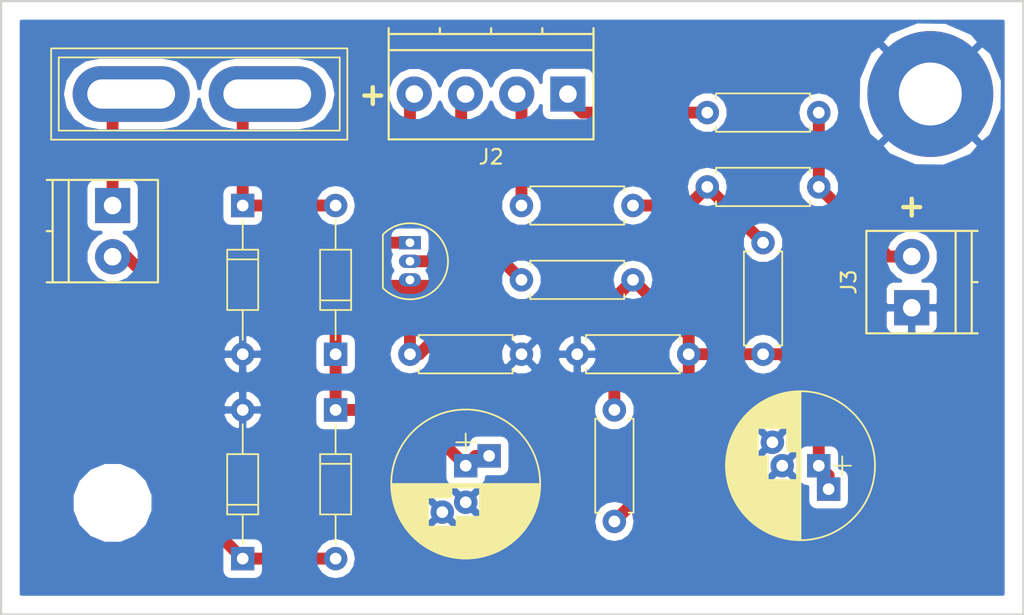
<source format=kicad_pcb>
(kicad_pcb (version 4) (host pcbnew 4.0.7)

  (general
    (links 34)
    (no_connects 0)
    (area 87.554999 69.774999 157.555001 111.835001)
    (thickness 1.6)
    (drawings 6)
    (tracks 54)
    (zones 0)
    (modules 21)
    (nets 13)
  )

  (page USLetter)
  (title_block
    (date 2017-11-26)
    (rev 3)
    (comment 1 ratio)
  )

  (layers
    (0 F.Cu signal)
    (31 B.Cu signal)
    (32 B.Adhes user)
    (33 F.Adhes user)
    (34 B.Paste user)
    (35 F.Paste user)
    (36 B.SilkS user)
    (37 F.SilkS user)
    (38 B.Mask user)
    (39 F.Mask user)
    (40 Dwgs.User user)
    (41 Cmts.User user)
    (42 Eco1.User user)
    (43 Eco2.User user)
    (44 Edge.Cuts user)
    (45 Margin user)
    (46 B.CrtYd user)
    (47 F.CrtYd user)
    (48 B.Fab user)
    (49 F.Fab user)
  )

  (setup
    (last_trace_width 0.8128)
    (user_trace_width 0.1524)
    (user_trace_width 0.254)
    (user_trace_width 0.381)
    (user_trace_width 0.508)
    (user_trace_width 0.8128)
    (user_trace_width 2.54)
    (trace_clearance 0.2)
    (zone_clearance 0.508)
    (zone_45_only no)
    (trace_min 0.1524)
    (segment_width 0.2)
    (edge_width 0.15)
    (via_size 0.6)
    (via_drill 0.4)
    (via_min_size 0.4)
    (via_min_drill 0.254)
    (user_via 0.4826 0.3302)
    (user_via 0.5 0.4)
    (user_via 1.905 0.254)
    (uvia_size 0.3)
    (uvia_drill 0.1)
    (uvias_allowed no)
    (uvia_min_size 0.2)
    (uvia_min_drill 0.1)
    (pcb_text_width 0.3)
    (pcb_text_size 1.5 1.5)
    (mod_edge_width 0.15)
    (mod_text_size 1 1)
    (mod_text_width 0.15)
    (pad_size 2.4 2.4)
    (pad_drill 1.2)
    (pad_to_mask_clearance 0.2)
    (aux_axis_origin 151.13 76.2)
    (visible_elements 7FFFF77F)
    (pcbplotparams
      (layerselection 0x00030_80000001)
      (usegerberextensions false)
      (excludeedgelayer true)
      (linewidth 0.100000)
      (plotframeref false)
      (viasonmask false)
      (mode 1)
      (useauxorigin false)
      (hpglpennumber 1)
      (hpglpenspeed 20)
      (hpglpendiameter 15)
      (hpglpenoverlay 2)
      (psnegative false)
      (psa4output false)
      (plotreference true)
      (plotvalue true)
      (plotinvisibletext false)
      (padsonsilk false)
      (subtractmaskfromsilk false)
      (outputformat 4)
      (mirror false)
      (drillshape 0)
      (scaleselection 1)
      (outputdirectory ""))
  )

  (net 0 "")
  (net 1 "Net-(C1-Pad1)")
  (net 2 "Net-(C1-Pad2)")
  (net 3 "Net-(C2-Pad1)")
  (net 4 "Net-(D1-Pad2)")
  (net 5 "Net-(D3-Pad2)")
  (net 6 "Net-(F1-Pad1)")
  (net 7 "Net-(J2-Pad2)")
  (net 8 "Net-(J2-Pad3)")
  (net 9 "Net-(R3-Pad1)")
  (net 10 "Net-(R7-Pad2)")
  (net 11 "Net-(J2-Pad1)")
  (net 12 "Net-(J3-Pad2)")

  (net_class Default "This is the default net class."
    (clearance 0.2)
    (trace_width 0.25)
    (via_dia 0.6)
    (via_drill 0.4)
    (uvia_dia 0.3)
    (uvia_drill 0.1)
    (add_net "Net-(C2-Pad1)")
    (add_net "Net-(J2-Pad1)")
    (add_net "Net-(J2-Pad2)")
    (add_net "Net-(J2-Pad3)")
    (add_net "Net-(J3-Pad2)")
    (add_net "Net-(R3-Pad1)")
    (add_net "Net-(R7-Pad2)")
  )

  (net_class power ""
    (clearance 0.2)
    (trace_width 0.25)
    (via_dia 0.6)
    (via_drill 0.4)
    (uvia_dia 0.3)
    (uvia_drill 0.1)
    (add_net "Net-(C1-Pad1)")
    (add_net "Net-(C1-Pad2)")
    (add_net "Net-(D1-Pad2)")
    (add_net "Net-(D3-Pad2)")
    (add_net "Net-(F1-Pad1)")
  )

  (module Capacitors_THT:CP_Radial_D10.0mm_P2.50mm_P5.00mm locked (layer F.Cu) (tedit 5A244E4A) (tstamp 5A25056E)
    (at 119.38 101.6 270)
    (descr "CP, Radial series, Radial, pin pitch=2.50mm 5.00mm, , diameter=10mm, Electrolytic Capacitor")
    (tags "CP Radial series Radial pin pitch 2.50mm 5.00mm  diameter 10mm Electrolytic Capacitor")
    (path /5A16D047)
    (fp_text reference C1 (at 1.25 -6.31 270) (layer F.SilkS) hide
      (effects (font (size 1 1) (thickness 0.15)))
    )
    (fp_text value "10.0 uF 63V" (at 1.27 -6.35 270) (layer F.Fab)
      (effects (font (size 1 1) (thickness 0.15)))
    )
    (fp_circle (center 1.25 0) (end 6.25 0) (layer F.Fab) (width 0.1))
    (fp_circle (center 1.25 0) (end 6.34 0) (layer F.SilkS) (width 0.12))
    (fp_line (start -2.2 0) (end -1 0) (layer F.Fab) (width 0.1))
    (fp_line (start -1.6 -0.65) (end -1.6 0.65) (layer F.Fab) (width 0.1))
    (fp_line (start 1.25 -5.05) (end 1.25 5.05) (layer F.SilkS) (width 0.12))
    (fp_line (start 1.29 -5.05) (end 1.29 5.05) (layer F.SilkS) (width 0.12))
    (fp_line (start 1.33 -5.05) (end 1.33 5.05) (layer F.SilkS) (width 0.12))
    (fp_line (start 1.37 -5.049) (end 1.37 5.049) (layer F.SilkS) (width 0.12))
    (fp_line (start 1.41 -5.048) (end 1.41 5.048) (layer F.SilkS) (width 0.12))
    (fp_line (start 1.45 -5.047) (end 1.45 5.047) (layer F.SilkS) (width 0.12))
    (fp_line (start 1.49 -5.045) (end 1.49 5.045) (layer F.SilkS) (width 0.12))
    (fp_line (start 1.53 -5.043) (end 1.53 -0.98) (layer F.SilkS) (width 0.12))
    (fp_line (start 1.53 0.98) (end 1.53 5.043) (layer F.SilkS) (width 0.12))
    (fp_line (start 1.57 -5.04) (end 1.57 -0.98) (layer F.SilkS) (width 0.12))
    (fp_line (start 1.57 0.98) (end 1.57 5.04) (layer F.SilkS) (width 0.12))
    (fp_line (start 1.61 -5.038) (end 1.61 -0.98) (layer F.SilkS) (width 0.12))
    (fp_line (start 1.61 0.98) (end 1.61 5.038) (layer F.SilkS) (width 0.12))
    (fp_line (start 1.65 -5.035) (end 1.65 -0.98) (layer F.SilkS) (width 0.12))
    (fp_line (start 1.65 0.98) (end 1.65 5.035) (layer F.SilkS) (width 0.12))
    (fp_line (start 1.69 -5.031) (end 1.69 -0.98) (layer F.SilkS) (width 0.12))
    (fp_line (start 1.69 0.98) (end 1.69 5.031) (layer F.SilkS) (width 0.12))
    (fp_line (start 1.73 -5.028) (end 1.73 -0.98) (layer F.SilkS) (width 0.12))
    (fp_line (start 1.73 0.98) (end 1.73 5.028) (layer F.SilkS) (width 0.12))
    (fp_line (start 1.77 -5.024) (end 1.77 -0.98) (layer F.SilkS) (width 0.12))
    (fp_line (start 1.77 0.98) (end 1.77 5.024) (layer F.SilkS) (width 0.12))
    (fp_line (start 1.81 -5.02) (end 1.81 -0.98) (layer F.SilkS) (width 0.12))
    (fp_line (start 1.81 0.98) (end 1.81 5.02) (layer F.SilkS) (width 0.12))
    (fp_line (start 1.85 -5.015) (end 1.85 -0.98) (layer F.SilkS) (width 0.12))
    (fp_line (start 1.85 0.98) (end 1.85 5.015) (layer F.SilkS) (width 0.12))
    (fp_line (start 1.89 -5.01) (end 1.89 -0.98) (layer F.SilkS) (width 0.12))
    (fp_line (start 1.89 0.98) (end 1.89 5.01) (layer F.SilkS) (width 0.12))
    (fp_line (start 1.93 -5.005) (end 1.93 -0.98) (layer F.SilkS) (width 0.12))
    (fp_line (start 1.93 0.98) (end 1.93 5.005) (layer F.SilkS) (width 0.12))
    (fp_line (start 1.971 -4.999) (end 1.971 -0.98) (layer F.SilkS) (width 0.12))
    (fp_line (start 1.971 0.98) (end 1.971 4.999) (layer F.SilkS) (width 0.12))
    (fp_line (start 2.011 -4.993) (end 2.011 -0.98) (layer F.SilkS) (width 0.12))
    (fp_line (start 2.011 0.98) (end 2.011 4.993) (layer F.SilkS) (width 0.12))
    (fp_line (start 2.051 -4.987) (end 2.051 -0.98) (layer F.SilkS) (width 0.12))
    (fp_line (start 2.051 0.98) (end 2.051 4.987) (layer F.SilkS) (width 0.12))
    (fp_line (start 2.091 -4.981) (end 2.091 -0.98) (layer F.SilkS) (width 0.12))
    (fp_line (start 2.091 0.98) (end 2.091 4.981) (layer F.SilkS) (width 0.12))
    (fp_line (start 2.131 -4.974) (end 2.131 -0.98) (layer F.SilkS) (width 0.12))
    (fp_line (start 2.131 0.98) (end 2.131 4.974) (layer F.SilkS) (width 0.12))
    (fp_line (start 2.171 -4.967) (end 2.171 -0.98) (layer F.SilkS) (width 0.12))
    (fp_line (start 2.171 0.98) (end 2.171 4.967) (layer F.SilkS) (width 0.12))
    (fp_line (start 2.211 -4.959) (end 2.211 -0.98) (layer F.SilkS) (width 0.12))
    (fp_line (start 2.211 2.58) (end 2.211 4.959) (layer F.SilkS) (width 0.12))
    (fp_line (start 2.251 -4.951) (end 2.251 -0.98) (layer F.SilkS) (width 0.12))
    (fp_line (start 2.251 2.58) (end 2.251 4.951) (layer F.SilkS) (width 0.12))
    (fp_line (start 2.291 -4.943) (end 2.291 -0.98) (layer F.SilkS) (width 0.12))
    (fp_line (start 2.291 2.58) (end 2.291 4.943) (layer F.SilkS) (width 0.12))
    (fp_line (start 2.331 -4.935) (end 2.331 -0.98) (layer F.SilkS) (width 0.12))
    (fp_line (start 2.331 2.58) (end 2.331 4.935) (layer F.SilkS) (width 0.12))
    (fp_line (start 2.371 -4.926) (end 2.371 -0.98) (layer F.SilkS) (width 0.12))
    (fp_line (start 2.371 2.58) (end 2.371 4.926) (layer F.SilkS) (width 0.12))
    (fp_line (start 2.411 -4.917) (end 2.411 -0.98) (layer F.SilkS) (width 0.12))
    (fp_line (start 2.411 2.58) (end 2.411 4.917) (layer F.SilkS) (width 0.12))
    (fp_line (start 2.451 -4.907) (end 2.451 -0.98) (layer F.SilkS) (width 0.12))
    (fp_line (start 2.451 2.58) (end 2.451 4.907) (layer F.SilkS) (width 0.12))
    (fp_line (start 2.491 -4.897) (end 2.491 -0.98) (layer F.SilkS) (width 0.12))
    (fp_line (start 2.491 2.58) (end 2.491 4.897) (layer F.SilkS) (width 0.12))
    (fp_line (start 2.531 -4.887) (end 2.531 -0.98) (layer F.SilkS) (width 0.12))
    (fp_line (start 2.531 2.58) (end 2.531 4.887) (layer F.SilkS) (width 0.12))
    (fp_line (start 2.571 -4.876) (end 2.571 -0.98) (layer F.SilkS) (width 0.12))
    (fp_line (start 2.571 2.58) (end 2.571 4.876) (layer F.SilkS) (width 0.12))
    (fp_line (start 2.611 -4.865) (end 2.611 -0.98) (layer F.SilkS) (width 0.12))
    (fp_line (start 2.611 2.58) (end 2.611 4.865) (layer F.SilkS) (width 0.12))
    (fp_line (start 2.651 -4.854) (end 2.651 -0.98) (layer F.SilkS) (width 0.12))
    (fp_line (start 2.651 2.58) (end 2.651 4.854) (layer F.SilkS) (width 0.12))
    (fp_line (start 2.691 -4.843) (end 2.691 -0.98) (layer F.SilkS) (width 0.12))
    (fp_line (start 2.691 2.58) (end 2.691 4.843) (layer F.SilkS) (width 0.12))
    (fp_line (start 2.731 -4.831) (end 2.731 -0.98) (layer F.SilkS) (width 0.12))
    (fp_line (start 2.731 2.58) (end 2.731 4.831) (layer F.SilkS) (width 0.12))
    (fp_line (start 2.771 -4.818) (end 2.771 -0.98) (layer F.SilkS) (width 0.12))
    (fp_line (start 2.771 2.58) (end 2.771 4.818) (layer F.SilkS) (width 0.12))
    (fp_line (start 2.811 -4.806) (end 2.811 -0.98) (layer F.SilkS) (width 0.12))
    (fp_line (start 2.811 2.58) (end 2.811 4.806) (layer F.SilkS) (width 0.12))
    (fp_line (start 2.851 -4.792) (end 2.851 -0.98) (layer F.SilkS) (width 0.12))
    (fp_line (start 2.851 2.58) (end 2.851 4.792) (layer F.SilkS) (width 0.12))
    (fp_line (start 2.891 -4.779) (end 2.891 -0.98) (layer F.SilkS) (width 0.12))
    (fp_line (start 2.891 2.58) (end 2.891 4.779) (layer F.SilkS) (width 0.12))
    (fp_line (start 2.931 -4.765) (end 2.931 -0.98) (layer F.SilkS) (width 0.12))
    (fp_line (start 2.931 2.58) (end 2.931 4.765) (layer F.SilkS) (width 0.12))
    (fp_line (start 2.971 -4.751) (end 2.971 -0.98) (layer F.SilkS) (width 0.12))
    (fp_line (start 2.971 2.58) (end 2.971 4.751) (layer F.SilkS) (width 0.12))
    (fp_line (start 3.011 -4.737) (end 3.011 -0.98) (layer F.SilkS) (width 0.12))
    (fp_line (start 3.011 2.58) (end 3.011 4.737) (layer F.SilkS) (width 0.12))
    (fp_line (start 3.051 -4.722) (end 3.051 -0.98) (layer F.SilkS) (width 0.12))
    (fp_line (start 3.051 2.58) (end 3.051 4.722) (layer F.SilkS) (width 0.12))
    (fp_line (start 3.091 -4.706) (end 3.091 -0.98) (layer F.SilkS) (width 0.12))
    (fp_line (start 3.091 2.58) (end 3.091 4.706) (layer F.SilkS) (width 0.12))
    (fp_line (start 3.131 -4.691) (end 3.131 -0.98) (layer F.SilkS) (width 0.12))
    (fp_line (start 3.131 2.58) (end 3.131 4.691) (layer F.SilkS) (width 0.12))
    (fp_line (start 3.171 -4.674) (end 3.171 -0.98) (layer F.SilkS) (width 0.12))
    (fp_line (start 3.171 2.58) (end 3.171 4.674) (layer F.SilkS) (width 0.12))
    (fp_line (start 3.211 -4.658) (end 3.211 -0.98) (layer F.SilkS) (width 0.12))
    (fp_line (start 3.211 2.58) (end 3.211 4.658) (layer F.SilkS) (width 0.12))
    (fp_line (start 3.251 -4.641) (end 3.251 -0.98) (layer F.SilkS) (width 0.12))
    (fp_line (start 3.251 2.58) (end 3.251 4.641) (layer F.SilkS) (width 0.12))
    (fp_line (start 3.291 -4.624) (end 3.291 -0.98) (layer F.SilkS) (width 0.12))
    (fp_line (start 3.291 2.58) (end 3.291 4.624) (layer F.SilkS) (width 0.12))
    (fp_line (start 3.331 -4.606) (end 3.331 -0.98) (layer F.SilkS) (width 0.12))
    (fp_line (start 3.331 2.58) (end 3.331 4.606) (layer F.SilkS) (width 0.12))
    (fp_line (start 3.371 -4.588) (end 3.371 -0.98) (layer F.SilkS) (width 0.12))
    (fp_line (start 3.371 2.58) (end 3.371 4.588) (layer F.SilkS) (width 0.12))
    (fp_line (start 3.411 -4.569) (end 3.411 -0.98) (layer F.SilkS) (width 0.12))
    (fp_line (start 3.411 2.58) (end 3.411 4.569) (layer F.SilkS) (width 0.12))
    (fp_line (start 3.451 -4.55) (end 3.451 -0.98) (layer F.SilkS) (width 0.12))
    (fp_line (start 3.451 2.58) (end 3.451 4.55) (layer F.SilkS) (width 0.12))
    (fp_line (start 3.491 -4.531) (end 3.491 0.621) (layer F.SilkS) (width 0.12))
    (fp_line (start 3.491 2.58) (end 3.491 4.531) (layer F.SilkS) (width 0.12))
    (fp_line (start 3.531 -4.511) (end 3.531 0.621) (layer F.SilkS) (width 0.12))
    (fp_line (start 3.531 2.58) (end 3.531 4.511) (layer F.SilkS) (width 0.12))
    (fp_line (start 3.571 -4.491) (end 3.571 0.621) (layer F.SilkS) (width 0.12))
    (fp_line (start 3.571 2.58) (end 3.571 4.491) (layer F.SilkS) (width 0.12))
    (fp_line (start 3.611 -4.47) (end 3.611 0.621) (layer F.SilkS) (width 0.12))
    (fp_line (start 3.611 2.58) (end 3.611 4.47) (layer F.SilkS) (width 0.12))
    (fp_line (start 3.651 -4.449) (end 3.651 0.621) (layer F.SilkS) (width 0.12))
    (fp_line (start 3.651 2.58) (end 3.651 4.449) (layer F.SilkS) (width 0.12))
    (fp_line (start 3.691 -4.428) (end 3.691 0.621) (layer F.SilkS) (width 0.12))
    (fp_line (start 3.691 2.58) (end 3.691 4.428) (layer F.SilkS) (width 0.12))
    (fp_line (start 3.731 -4.405) (end 3.731 0.621) (layer F.SilkS) (width 0.12))
    (fp_line (start 3.731 2.58) (end 3.731 4.405) (layer F.SilkS) (width 0.12))
    (fp_line (start 3.771 -4.383) (end 3.771 0.621) (layer F.SilkS) (width 0.12))
    (fp_line (start 3.771 2.58) (end 3.771 4.383) (layer F.SilkS) (width 0.12))
    (fp_line (start 3.811 -4.36) (end 3.811 0.621) (layer F.SilkS) (width 0.12))
    (fp_line (start 3.811 2.58) (end 3.811 4.36) (layer F.SilkS) (width 0.12))
    (fp_line (start 3.851 -4.336) (end 3.851 0.621) (layer F.SilkS) (width 0.12))
    (fp_line (start 3.851 2.58) (end 3.851 4.336) (layer F.SilkS) (width 0.12))
    (fp_line (start 3.891 -4.312) (end 3.891 0.621) (layer F.SilkS) (width 0.12))
    (fp_line (start 3.891 2.58) (end 3.891 4.312) (layer F.SilkS) (width 0.12))
    (fp_line (start 3.931 -4.288) (end 3.931 0.621) (layer F.SilkS) (width 0.12))
    (fp_line (start 3.931 2.58) (end 3.931 4.288) (layer F.SilkS) (width 0.12))
    (fp_line (start 3.971 -4.263) (end 3.971 0.621) (layer F.SilkS) (width 0.12))
    (fp_line (start 3.971 2.58) (end 3.971 4.263) (layer F.SilkS) (width 0.12))
    (fp_line (start 4.011 -4.237) (end 4.011 0.621) (layer F.SilkS) (width 0.12))
    (fp_line (start 4.011 2.58) (end 4.011 4.237) (layer F.SilkS) (width 0.12))
    (fp_line (start 4.051 -4.211) (end 4.051 0.621) (layer F.SilkS) (width 0.12))
    (fp_line (start 4.051 2.58) (end 4.051 4.211) (layer F.SilkS) (width 0.12))
    (fp_line (start 4.091 -4.185) (end 4.091 0.621) (layer F.SilkS) (width 0.12))
    (fp_line (start 4.091 2.58) (end 4.091 4.185) (layer F.SilkS) (width 0.12))
    (fp_line (start 4.131 -4.157) (end 4.131 0.621) (layer F.SilkS) (width 0.12))
    (fp_line (start 4.131 2.58) (end 4.131 4.157) (layer F.SilkS) (width 0.12))
    (fp_line (start 4.171 -4.13) (end 4.171 4.13) (layer F.SilkS) (width 0.12))
    (fp_line (start 4.211 -4.101) (end 4.211 4.101) (layer F.SilkS) (width 0.12))
    (fp_line (start 4.251 -4.072) (end 4.251 4.072) (layer F.SilkS) (width 0.12))
    (fp_line (start 4.291 -4.043) (end 4.291 4.043) (layer F.SilkS) (width 0.12))
    (fp_line (start 4.331 -4.013) (end 4.331 4.013) (layer F.SilkS) (width 0.12))
    (fp_line (start 4.371 -3.982) (end 4.371 3.982) (layer F.SilkS) (width 0.12))
    (fp_line (start 4.411 -3.951) (end 4.411 3.951) (layer F.SilkS) (width 0.12))
    (fp_line (start 4.451 -3.919) (end 4.451 3.919) (layer F.SilkS) (width 0.12))
    (fp_line (start 4.491 -3.886) (end 4.491 3.886) (layer F.SilkS) (width 0.12))
    (fp_line (start 4.531 -3.853) (end 4.531 3.853) (layer F.SilkS) (width 0.12))
    (fp_line (start 4.571 -3.819) (end 4.571 3.819) (layer F.SilkS) (width 0.12))
    (fp_line (start 4.611 -3.784) (end 4.611 3.784) (layer F.SilkS) (width 0.12))
    (fp_line (start 4.651 -3.748) (end 4.651 3.748) (layer F.SilkS) (width 0.12))
    (fp_line (start 4.691 -3.712) (end 4.691 3.712) (layer F.SilkS) (width 0.12))
    (fp_line (start 4.731 -3.675) (end 4.731 3.675) (layer F.SilkS) (width 0.12))
    (fp_line (start 4.771 -3.637) (end 4.771 3.637) (layer F.SilkS) (width 0.12))
    (fp_line (start 4.811 -3.598) (end 4.811 3.598) (layer F.SilkS) (width 0.12))
    (fp_line (start 4.851 -3.559) (end 4.851 3.559) (layer F.SilkS) (width 0.12))
    (fp_line (start 4.891 -3.518) (end 4.891 3.518) (layer F.SilkS) (width 0.12))
    (fp_line (start 4.931 -3.477) (end 4.931 3.477) (layer F.SilkS) (width 0.12))
    (fp_line (start 4.971 -3.435) (end 4.971 3.435) (layer F.SilkS) (width 0.12))
    (fp_line (start 5.011 -3.391) (end 5.011 3.391) (layer F.SilkS) (width 0.12))
    (fp_line (start 5.051 -3.347) (end 5.051 3.347) (layer F.SilkS) (width 0.12))
    (fp_line (start 5.091 -3.302) (end 5.091 3.302) (layer F.SilkS) (width 0.12))
    (fp_line (start 5.131 -3.255) (end 5.131 3.255) (layer F.SilkS) (width 0.12))
    (fp_line (start 5.171 -3.207) (end 5.171 3.207) (layer F.SilkS) (width 0.12))
    (fp_line (start 5.211 -3.158) (end 5.211 3.158) (layer F.SilkS) (width 0.12))
    (fp_line (start 5.251 -3.108) (end 5.251 3.108) (layer F.SilkS) (width 0.12))
    (fp_line (start 5.291 -3.057) (end 5.291 3.057) (layer F.SilkS) (width 0.12))
    (fp_line (start 5.331 -3.004) (end 5.331 3.004) (layer F.SilkS) (width 0.12))
    (fp_line (start 5.371 -2.949) (end 5.371 2.949) (layer F.SilkS) (width 0.12))
    (fp_line (start 5.411 -2.894) (end 5.411 2.894) (layer F.SilkS) (width 0.12))
    (fp_line (start 5.451 -2.836) (end 5.451 2.836) (layer F.SilkS) (width 0.12))
    (fp_line (start 5.491 -2.777) (end 5.491 2.777) (layer F.SilkS) (width 0.12))
    (fp_line (start 5.531 -2.715) (end 5.531 2.715) (layer F.SilkS) (width 0.12))
    (fp_line (start 5.571 -2.652) (end 5.571 2.652) (layer F.SilkS) (width 0.12))
    (fp_line (start 5.611 -2.587) (end 5.611 2.587) (layer F.SilkS) (width 0.12))
    (fp_line (start 5.651 -2.519) (end 5.651 2.519) (layer F.SilkS) (width 0.12))
    (fp_line (start 5.691 -2.449) (end 5.691 2.449) (layer F.SilkS) (width 0.12))
    (fp_line (start 5.731 -2.377) (end 5.731 2.377) (layer F.SilkS) (width 0.12))
    (fp_line (start 5.771 -2.301) (end 5.771 2.301) (layer F.SilkS) (width 0.12))
    (fp_line (start 5.811 -2.222) (end 5.811 2.222) (layer F.SilkS) (width 0.12))
    (fp_line (start 5.851 -2.14) (end 5.851 2.14) (layer F.SilkS) (width 0.12))
    (fp_line (start 5.891 -2.053) (end 5.891 2.053) (layer F.SilkS) (width 0.12))
    (fp_line (start 5.931 -1.962) (end 5.931 1.962) (layer F.SilkS) (width 0.12))
    (fp_line (start 5.971 -1.866) (end 5.971 1.866) (layer F.SilkS) (width 0.12))
    (fp_line (start 6.011 -1.763) (end 6.011 1.763) (layer F.SilkS) (width 0.12))
    (fp_line (start 6.051 -1.654) (end 6.051 1.654) (layer F.SilkS) (width 0.12))
    (fp_line (start 6.091 -1.536) (end 6.091 1.536) (layer F.SilkS) (width 0.12))
    (fp_line (start 6.131 -1.407) (end 6.131 1.407) (layer F.SilkS) (width 0.12))
    (fp_line (start 6.171 -1.265) (end 6.171 1.265) (layer F.SilkS) (width 0.12))
    (fp_line (start 6.211 -1.104) (end 6.211 1.104) (layer F.SilkS) (width 0.12))
    (fp_line (start 6.251 -0.913) (end 6.251 0.913) (layer F.SilkS) (width 0.12))
    (fp_line (start 6.291 -0.672) (end 6.291 0.672) (layer F.SilkS) (width 0.12))
    (fp_line (start 6.331 -0.279) (end 6.331 0.279) (layer F.SilkS) (width 0.12))
    (fp_line (start -2.2 0) (end -1 0) (layer F.SilkS) (width 0.12))
    (fp_line (start -1.6 -0.65) (end -1.6 0.65) (layer F.SilkS) (width 0.12))
    (fp_line (start -4.1 -5.35) (end -4.1 5.35) (layer F.CrtYd) (width 0.05))
    (fp_line (start -4.1 5.35) (end 6.6 5.35) (layer F.CrtYd) (width 0.05))
    (fp_line (start 6.6 5.35) (end 6.6 -5.35) (layer F.CrtYd) (width 0.05))
    (fp_line (start 6.6 -5.35) (end -4.1 -5.35) (layer F.CrtYd) (width 0.05))
    (fp_text user %R (at 1.25 0 270) (layer F.Fab)
      (effects (font (size 1 1) (thickness 0.15)))
    )
    (pad 1 thru_hole rect (at 0 0 270) (size 1.6 1.6) (drill 0.8) (layers *.Cu *.Mask)
      (net 1 "Net-(C1-Pad1)"))
    (pad 2 thru_hole circle (at 2.5 0 270) (size 1.6 1.6) (drill 0.8) (layers *.Cu *.Mask)
      (net 2 "Net-(C1-Pad2)"))
    (pad 1 thru_hole rect (at -0.670937 -1.6 270) (size 1.6 1.6) (drill 0.8) (layers *.Cu *.Mask)
      (net 1 "Net-(C1-Pad1)"))
    (pad 2 thru_hole circle (at 3.170937 1.6 270) (size 1.6 1.6) (drill 0.8) (layers *.Cu *.Mask)
      (net 2 "Net-(C1-Pad2)"))
    (model ${KISYS3DMOD}/Capacitors_THT.3dshapes/CP_Radial_D10.0mm_P2.50mm_P5.00mm.wrl
      (at (xyz 0 0 0))
      (scale (xyz 1 1 1))
      (rotate (xyz 0 0 0))
    )
  )

  (module Capacitors_THT:CP_Radial_D10.0mm_P2.50mm_P5.00mm locked (layer F.Cu) (tedit 5A244E5A) (tstamp 5A250643)
    (at 143.51 101.6 180)
    (descr "CP, Radial series, Radial, pin pitch=2.50mm 5.00mm, , diameter=10mm, Electrolytic Capacitor")
    (tags "CP Radial series Radial pin pitch 2.50mm 5.00mm  diameter 10mm Electrolytic Capacitor")
    (path /5A16D094)
    (fp_text reference C2 (at 1.25 -6.31 180) (layer F.SilkS) hide
      (effects (font (size 1 1) (thickness 0.15)))
    )
    (fp_text value "1.0 uF 63V" (at -5.08 0 270) (layer F.Fab)
      (effects (font (size 1 1) (thickness 0.15)))
    )
    (fp_circle (center 1.25 0) (end 6.25 0) (layer F.Fab) (width 0.1))
    (fp_circle (center 1.25 0) (end 6.34 0) (layer F.SilkS) (width 0.12))
    (fp_line (start -2.2 0) (end -1 0) (layer F.Fab) (width 0.1))
    (fp_line (start -1.6 -0.65) (end -1.6 0.65) (layer F.Fab) (width 0.1))
    (fp_line (start 1.25 -5.05) (end 1.25 5.05) (layer F.SilkS) (width 0.12))
    (fp_line (start 1.29 -5.05) (end 1.29 5.05) (layer F.SilkS) (width 0.12))
    (fp_line (start 1.33 -5.05) (end 1.33 5.05) (layer F.SilkS) (width 0.12))
    (fp_line (start 1.37 -5.049) (end 1.37 5.049) (layer F.SilkS) (width 0.12))
    (fp_line (start 1.41 -5.048) (end 1.41 5.048) (layer F.SilkS) (width 0.12))
    (fp_line (start 1.45 -5.047) (end 1.45 5.047) (layer F.SilkS) (width 0.12))
    (fp_line (start 1.49 -5.045) (end 1.49 5.045) (layer F.SilkS) (width 0.12))
    (fp_line (start 1.53 -5.043) (end 1.53 -0.98) (layer F.SilkS) (width 0.12))
    (fp_line (start 1.53 0.98) (end 1.53 5.043) (layer F.SilkS) (width 0.12))
    (fp_line (start 1.57 -5.04) (end 1.57 -0.98) (layer F.SilkS) (width 0.12))
    (fp_line (start 1.57 0.98) (end 1.57 5.04) (layer F.SilkS) (width 0.12))
    (fp_line (start 1.61 -5.038) (end 1.61 -0.98) (layer F.SilkS) (width 0.12))
    (fp_line (start 1.61 0.98) (end 1.61 5.038) (layer F.SilkS) (width 0.12))
    (fp_line (start 1.65 -5.035) (end 1.65 -0.98) (layer F.SilkS) (width 0.12))
    (fp_line (start 1.65 0.98) (end 1.65 5.035) (layer F.SilkS) (width 0.12))
    (fp_line (start 1.69 -5.031) (end 1.69 -0.98) (layer F.SilkS) (width 0.12))
    (fp_line (start 1.69 0.98) (end 1.69 5.031) (layer F.SilkS) (width 0.12))
    (fp_line (start 1.73 -5.028) (end 1.73 -0.98) (layer F.SilkS) (width 0.12))
    (fp_line (start 1.73 0.98) (end 1.73 5.028) (layer F.SilkS) (width 0.12))
    (fp_line (start 1.77 -5.024) (end 1.77 -0.98) (layer F.SilkS) (width 0.12))
    (fp_line (start 1.77 0.98) (end 1.77 5.024) (layer F.SilkS) (width 0.12))
    (fp_line (start 1.81 -5.02) (end 1.81 -0.98) (layer F.SilkS) (width 0.12))
    (fp_line (start 1.81 0.98) (end 1.81 5.02) (layer F.SilkS) (width 0.12))
    (fp_line (start 1.85 -5.015) (end 1.85 -0.98) (layer F.SilkS) (width 0.12))
    (fp_line (start 1.85 0.98) (end 1.85 5.015) (layer F.SilkS) (width 0.12))
    (fp_line (start 1.89 -5.01) (end 1.89 -0.98) (layer F.SilkS) (width 0.12))
    (fp_line (start 1.89 0.98) (end 1.89 5.01) (layer F.SilkS) (width 0.12))
    (fp_line (start 1.93 -5.005) (end 1.93 -0.98) (layer F.SilkS) (width 0.12))
    (fp_line (start 1.93 0.98) (end 1.93 5.005) (layer F.SilkS) (width 0.12))
    (fp_line (start 1.971 -4.999) (end 1.971 -0.98) (layer F.SilkS) (width 0.12))
    (fp_line (start 1.971 0.98) (end 1.971 4.999) (layer F.SilkS) (width 0.12))
    (fp_line (start 2.011 -4.993) (end 2.011 -0.98) (layer F.SilkS) (width 0.12))
    (fp_line (start 2.011 0.98) (end 2.011 4.993) (layer F.SilkS) (width 0.12))
    (fp_line (start 2.051 -4.987) (end 2.051 -0.98) (layer F.SilkS) (width 0.12))
    (fp_line (start 2.051 0.98) (end 2.051 4.987) (layer F.SilkS) (width 0.12))
    (fp_line (start 2.091 -4.981) (end 2.091 -0.98) (layer F.SilkS) (width 0.12))
    (fp_line (start 2.091 0.98) (end 2.091 4.981) (layer F.SilkS) (width 0.12))
    (fp_line (start 2.131 -4.974) (end 2.131 -0.98) (layer F.SilkS) (width 0.12))
    (fp_line (start 2.131 0.98) (end 2.131 4.974) (layer F.SilkS) (width 0.12))
    (fp_line (start 2.171 -4.967) (end 2.171 -0.98) (layer F.SilkS) (width 0.12))
    (fp_line (start 2.171 0.98) (end 2.171 4.967) (layer F.SilkS) (width 0.12))
    (fp_line (start 2.211 -4.959) (end 2.211 -0.98) (layer F.SilkS) (width 0.12))
    (fp_line (start 2.211 2.58) (end 2.211 4.959) (layer F.SilkS) (width 0.12))
    (fp_line (start 2.251 -4.951) (end 2.251 -0.98) (layer F.SilkS) (width 0.12))
    (fp_line (start 2.251 2.58) (end 2.251 4.951) (layer F.SilkS) (width 0.12))
    (fp_line (start 2.291 -4.943) (end 2.291 -0.98) (layer F.SilkS) (width 0.12))
    (fp_line (start 2.291 2.58) (end 2.291 4.943) (layer F.SilkS) (width 0.12))
    (fp_line (start 2.331 -4.935) (end 2.331 -0.98) (layer F.SilkS) (width 0.12))
    (fp_line (start 2.331 2.58) (end 2.331 4.935) (layer F.SilkS) (width 0.12))
    (fp_line (start 2.371 -4.926) (end 2.371 -0.98) (layer F.SilkS) (width 0.12))
    (fp_line (start 2.371 2.58) (end 2.371 4.926) (layer F.SilkS) (width 0.12))
    (fp_line (start 2.411 -4.917) (end 2.411 -0.98) (layer F.SilkS) (width 0.12))
    (fp_line (start 2.411 2.58) (end 2.411 4.917) (layer F.SilkS) (width 0.12))
    (fp_line (start 2.451 -4.907) (end 2.451 -0.98) (layer F.SilkS) (width 0.12))
    (fp_line (start 2.451 2.58) (end 2.451 4.907) (layer F.SilkS) (width 0.12))
    (fp_line (start 2.491 -4.897) (end 2.491 -0.98) (layer F.SilkS) (width 0.12))
    (fp_line (start 2.491 2.58) (end 2.491 4.897) (layer F.SilkS) (width 0.12))
    (fp_line (start 2.531 -4.887) (end 2.531 -0.98) (layer F.SilkS) (width 0.12))
    (fp_line (start 2.531 2.58) (end 2.531 4.887) (layer F.SilkS) (width 0.12))
    (fp_line (start 2.571 -4.876) (end 2.571 -0.98) (layer F.SilkS) (width 0.12))
    (fp_line (start 2.571 2.58) (end 2.571 4.876) (layer F.SilkS) (width 0.12))
    (fp_line (start 2.611 -4.865) (end 2.611 -0.98) (layer F.SilkS) (width 0.12))
    (fp_line (start 2.611 2.58) (end 2.611 4.865) (layer F.SilkS) (width 0.12))
    (fp_line (start 2.651 -4.854) (end 2.651 -0.98) (layer F.SilkS) (width 0.12))
    (fp_line (start 2.651 2.58) (end 2.651 4.854) (layer F.SilkS) (width 0.12))
    (fp_line (start 2.691 -4.843) (end 2.691 -0.98) (layer F.SilkS) (width 0.12))
    (fp_line (start 2.691 2.58) (end 2.691 4.843) (layer F.SilkS) (width 0.12))
    (fp_line (start 2.731 -4.831) (end 2.731 -0.98) (layer F.SilkS) (width 0.12))
    (fp_line (start 2.731 2.58) (end 2.731 4.831) (layer F.SilkS) (width 0.12))
    (fp_line (start 2.771 -4.818) (end 2.771 -0.98) (layer F.SilkS) (width 0.12))
    (fp_line (start 2.771 2.58) (end 2.771 4.818) (layer F.SilkS) (width 0.12))
    (fp_line (start 2.811 -4.806) (end 2.811 -0.98) (layer F.SilkS) (width 0.12))
    (fp_line (start 2.811 2.58) (end 2.811 4.806) (layer F.SilkS) (width 0.12))
    (fp_line (start 2.851 -4.792) (end 2.851 -0.98) (layer F.SilkS) (width 0.12))
    (fp_line (start 2.851 2.58) (end 2.851 4.792) (layer F.SilkS) (width 0.12))
    (fp_line (start 2.891 -4.779) (end 2.891 -0.98) (layer F.SilkS) (width 0.12))
    (fp_line (start 2.891 2.58) (end 2.891 4.779) (layer F.SilkS) (width 0.12))
    (fp_line (start 2.931 -4.765) (end 2.931 -0.98) (layer F.SilkS) (width 0.12))
    (fp_line (start 2.931 2.58) (end 2.931 4.765) (layer F.SilkS) (width 0.12))
    (fp_line (start 2.971 -4.751) (end 2.971 -0.98) (layer F.SilkS) (width 0.12))
    (fp_line (start 2.971 2.58) (end 2.971 4.751) (layer F.SilkS) (width 0.12))
    (fp_line (start 3.011 -4.737) (end 3.011 -0.98) (layer F.SilkS) (width 0.12))
    (fp_line (start 3.011 2.58) (end 3.011 4.737) (layer F.SilkS) (width 0.12))
    (fp_line (start 3.051 -4.722) (end 3.051 -0.98) (layer F.SilkS) (width 0.12))
    (fp_line (start 3.051 2.58) (end 3.051 4.722) (layer F.SilkS) (width 0.12))
    (fp_line (start 3.091 -4.706) (end 3.091 -0.98) (layer F.SilkS) (width 0.12))
    (fp_line (start 3.091 2.58) (end 3.091 4.706) (layer F.SilkS) (width 0.12))
    (fp_line (start 3.131 -4.691) (end 3.131 -0.98) (layer F.SilkS) (width 0.12))
    (fp_line (start 3.131 2.58) (end 3.131 4.691) (layer F.SilkS) (width 0.12))
    (fp_line (start 3.171 -4.674) (end 3.171 -0.98) (layer F.SilkS) (width 0.12))
    (fp_line (start 3.171 2.58) (end 3.171 4.674) (layer F.SilkS) (width 0.12))
    (fp_line (start 3.211 -4.658) (end 3.211 -0.98) (layer F.SilkS) (width 0.12))
    (fp_line (start 3.211 2.58) (end 3.211 4.658) (layer F.SilkS) (width 0.12))
    (fp_line (start 3.251 -4.641) (end 3.251 -0.98) (layer F.SilkS) (width 0.12))
    (fp_line (start 3.251 2.58) (end 3.251 4.641) (layer F.SilkS) (width 0.12))
    (fp_line (start 3.291 -4.624) (end 3.291 -0.98) (layer F.SilkS) (width 0.12))
    (fp_line (start 3.291 2.58) (end 3.291 4.624) (layer F.SilkS) (width 0.12))
    (fp_line (start 3.331 -4.606) (end 3.331 -0.98) (layer F.SilkS) (width 0.12))
    (fp_line (start 3.331 2.58) (end 3.331 4.606) (layer F.SilkS) (width 0.12))
    (fp_line (start 3.371 -4.588) (end 3.371 -0.98) (layer F.SilkS) (width 0.12))
    (fp_line (start 3.371 2.58) (end 3.371 4.588) (layer F.SilkS) (width 0.12))
    (fp_line (start 3.411 -4.569) (end 3.411 -0.98) (layer F.SilkS) (width 0.12))
    (fp_line (start 3.411 2.58) (end 3.411 4.569) (layer F.SilkS) (width 0.12))
    (fp_line (start 3.451 -4.55) (end 3.451 -0.98) (layer F.SilkS) (width 0.12))
    (fp_line (start 3.451 2.58) (end 3.451 4.55) (layer F.SilkS) (width 0.12))
    (fp_line (start 3.491 -4.531) (end 3.491 0.621) (layer F.SilkS) (width 0.12))
    (fp_line (start 3.491 2.58) (end 3.491 4.531) (layer F.SilkS) (width 0.12))
    (fp_line (start 3.531 -4.511) (end 3.531 0.621) (layer F.SilkS) (width 0.12))
    (fp_line (start 3.531 2.58) (end 3.531 4.511) (layer F.SilkS) (width 0.12))
    (fp_line (start 3.571 -4.491) (end 3.571 0.621) (layer F.SilkS) (width 0.12))
    (fp_line (start 3.571 2.58) (end 3.571 4.491) (layer F.SilkS) (width 0.12))
    (fp_line (start 3.611 -4.47) (end 3.611 0.621) (layer F.SilkS) (width 0.12))
    (fp_line (start 3.611 2.58) (end 3.611 4.47) (layer F.SilkS) (width 0.12))
    (fp_line (start 3.651 -4.449) (end 3.651 0.621) (layer F.SilkS) (width 0.12))
    (fp_line (start 3.651 2.58) (end 3.651 4.449) (layer F.SilkS) (width 0.12))
    (fp_line (start 3.691 -4.428) (end 3.691 0.621) (layer F.SilkS) (width 0.12))
    (fp_line (start 3.691 2.58) (end 3.691 4.428) (layer F.SilkS) (width 0.12))
    (fp_line (start 3.731 -4.405) (end 3.731 0.621) (layer F.SilkS) (width 0.12))
    (fp_line (start 3.731 2.58) (end 3.731 4.405) (layer F.SilkS) (width 0.12))
    (fp_line (start 3.771 -4.383) (end 3.771 0.621) (layer F.SilkS) (width 0.12))
    (fp_line (start 3.771 2.58) (end 3.771 4.383) (layer F.SilkS) (width 0.12))
    (fp_line (start 3.811 -4.36) (end 3.811 0.621) (layer F.SilkS) (width 0.12))
    (fp_line (start 3.811 2.58) (end 3.811 4.36) (layer F.SilkS) (width 0.12))
    (fp_line (start 3.851 -4.336) (end 3.851 0.621) (layer F.SilkS) (width 0.12))
    (fp_line (start 3.851 2.58) (end 3.851 4.336) (layer F.SilkS) (width 0.12))
    (fp_line (start 3.891 -4.312) (end 3.891 0.621) (layer F.SilkS) (width 0.12))
    (fp_line (start 3.891 2.58) (end 3.891 4.312) (layer F.SilkS) (width 0.12))
    (fp_line (start 3.931 -4.288) (end 3.931 0.621) (layer F.SilkS) (width 0.12))
    (fp_line (start 3.931 2.58) (end 3.931 4.288) (layer F.SilkS) (width 0.12))
    (fp_line (start 3.971 -4.263) (end 3.971 0.621) (layer F.SilkS) (width 0.12))
    (fp_line (start 3.971 2.58) (end 3.971 4.263) (layer F.SilkS) (width 0.12))
    (fp_line (start 4.011 -4.237) (end 4.011 0.621) (layer F.SilkS) (width 0.12))
    (fp_line (start 4.011 2.58) (end 4.011 4.237) (layer F.SilkS) (width 0.12))
    (fp_line (start 4.051 -4.211) (end 4.051 0.621) (layer F.SilkS) (width 0.12))
    (fp_line (start 4.051 2.58) (end 4.051 4.211) (layer F.SilkS) (width 0.12))
    (fp_line (start 4.091 -4.185) (end 4.091 0.621) (layer F.SilkS) (width 0.12))
    (fp_line (start 4.091 2.58) (end 4.091 4.185) (layer F.SilkS) (width 0.12))
    (fp_line (start 4.131 -4.157) (end 4.131 0.621) (layer F.SilkS) (width 0.12))
    (fp_line (start 4.131 2.58) (end 4.131 4.157) (layer F.SilkS) (width 0.12))
    (fp_line (start 4.171 -4.13) (end 4.171 4.13) (layer F.SilkS) (width 0.12))
    (fp_line (start 4.211 -4.101) (end 4.211 4.101) (layer F.SilkS) (width 0.12))
    (fp_line (start 4.251 -4.072) (end 4.251 4.072) (layer F.SilkS) (width 0.12))
    (fp_line (start 4.291 -4.043) (end 4.291 4.043) (layer F.SilkS) (width 0.12))
    (fp_line (start 4.331 -4.013) (end 4.331 4.013) (layer F.SilkS) (width 0.12))
    (fp_line (start 4.371 -3.982) (end 4.371 3.982) (layer F.SilkS) (width 0.12))
    (fp_line (start 4.411 -3.951) (end 4.411 3.951) (layer F.SilkS) (width 0.12))
    (fp_line (start 4.451 -3.919) (end 4.451 3.919) (layer F.SilkS) (width 0.12))
    (fp_line (start 4.491 -3.886) (end 4.491 3.886) (layer F.SilkS) (width 0.12))
    (fp_line (start 4.531 -3.853) (end 4.531 3.853) (layer F.SilkS) (width 0.12))
    (fp_line (start 4.571 -3.819) (end 4.571 3.819) (layer F.SilkS) (width 0.12))
    (fp_line (start 4.611 -3.784) (end 4.611 3.784) (layer F.SilkS) (width 0.12))
    (fp_line (start 4.651 -3.748) (end 4.651 3.748) (layer F.SilkS) (width 0.12))
    (fp_line (start 4.691 -3.712) (end 4.691 3.712) (layer F.SilkS) (width 0.12))
    (fp_line (start 4.731 -3.675) (end 4.731 3.675) (layer F.SilkS) (width 0.12))
    (fp_line (start 4.771 -3.637) (end 4.771 3.637) (layer F.SilkS) (width 0.12))
    (fp_line (start 4.811 -3.598) (end 4.811 3.598) (layer F.SilkS) (width 0.12))
    (fp_line (start 4.851 -3.559) (end 4.851 3.559) (layer F.SilkS) (width 0.12))
    (fp_line (start 4.891 -3.518) (end 4.891 3.518) (layer F.SilkS) (width 0.12))
    (fp_line (start 4.931 -3.477) (end 4.931 3.477) (layer F.SilkS) (width 0.12))
    (fp_line (start 4.971 -3.435) (end 4.971 3.435) (layer F.SilkS) (width 0.12))
    (fp_line (start 5.011 -3.391) (end 5.011 3.391) (layer F.SilkS) (width 0.12))
    (fp_line (start 5.051 -3.347) (end 5.051 3.347) (layer F.SilkS) (width 0.12))
    (fp_line (start 5.091 -3.302) (end 5.091 3.302) (layer F.SilkS) (width 0.12))
    (fp_line (start 5.131 -3.255) (end 5.131 3.255) (layer F.SilkS) (width 0.12))
    (fp_line (start 5.171 -3.207) (end 5.171 3.207) (layer F.SilkS) (width 0.12))
    (fp_line (start 5.211 -3.158) (end 5.211 3.158) (layer F.SilkS) (width 0.12))
    (fp_line (start 5.251 -3.108) (end 5.251 3.108) (layer F.SilkS) (width 0.12))
    (fp_line (start 5.291 -3.057) (end 5.291 3.057) (layer F.SilkS) (width 0.12))
    (fp_line (start 5.331 -3.004) (end 5.331 3.004) (layer F.SilkS) (width 0.12))
    (fp_line (start 5.371 -2.949) (end 5.371 2.949) (layer F.SilkS) (width 0.12))
    (fp_line (start 5.411 -2.894) (end 5.411 2.894) (layer F.SilkS) (width 0.12))
    (fp_line (start 5.451 -2.836) (end 5.451 2.836) (layer F.SilkS) (width 0.12))
    (fp_line (start 5.491 -2.777) (end 5.491 2.777) (layer F.SilkS) (width 0.12))
    (fp_line (start 5.531 -2.715) (end 5.531 2.715) (layer F.SilkS) (width 0.12))
    (fp_line (start 5.571 -2.652) (end 5.571 2.652) (layer F.SilkS) (width 0.12))
    (fp_line (start 5.611 -2.587) (end 5.611 2.587) (layer F.SilkS) (width 0.12))
    (fp_line (start 5.651 -2.519) (end 5.651 2.519) (layer F.SilkS) (width 0.12))
    (fp_line (start 5.691 -2.449) (end 5.691 2.449) (layer F.SilkS) (width 0.12))
    (fp_line (start 5.731 -2.377) (end 5.731 2.377) (layer F.SilkS) (width 0.12))
    (fp_line (start 5.771 -2.301) (end 5.771 2.301) (layer F.SilkS) (width 0.12))
    (fp_line (start 5.811 -2.222) (end 5.811 2.222) (layer F.SilkS) (width 0.12))
    (fp_line (start 5.851 -2.14) (end 5.851 2.14) (layer F.SilkS) (width 0.12))
    (fp_line (start 5.891 -2.053) (end 5.891 2.053) (layer F.SilkS) (width 0.12))
    (fp_line (start 5.931 -1.962) (end 5.931 1.962) (layer F.SilkS) (width 0.12))
    (fp_line (start 5.971 -1.866) (end 5.971 1.866) (layer F.SilkS) (width 0.12))
    (fp_line (start 6.011 -1.763) (end 6.011 1.763) (layer F.SilkS) (width 0.12))
    (fp_line (start 6.051 -1.654) (end 6.051 1.654) (layer F.SilkS) (width 0.12))
    (fp_line (start 6.091 -1.536) (end 6.091 1.536) (layer F.SilkS) (width 0.12))
    (fp_line (start 6.131 -1.407) (end 6.131 1.407) (layer F.SilkS) (width 0.12))
    (fp_line (start 6.171 -1.265) (end 6.171 1.265) (layer F.SilkS) (width 0.12))
    (fp_line (start 6.211 -1.104) (end 6.211 1.104) (layer F.SilkS) (width 0.12))
    (fp_line (start 6.251 -0.913) (end 6.251 0.913) (layer F.SilkS) (width 0.12))
    (fp_line (start 6.291 -0.672) (end 6.291 0.672) (layer F.SilkS) (width 0.12))
    (fp_line (start 6.331 -0.279) (end 6.331 0.279) (layer F.SilkS) (width 0.12))
    (fp_line (start -2.2 0) (end -1 0) (layer F.SilkS) (width 0.12))
    (fp_line (start -1.6 -0.65) (end -1.6 0.65) (layer F.SilkS) (width 0.12))
    (fp_line (start -4.1 -5.35) (end -4.1 5.35) (layer F.CrtYd) (width 0.05))
    (fp_line (start -4.1 5.35) (end 6.6 5.35) (layer F.CrtYd) (width 0.05))
    (fp_line (start 6.6 5.35) (end 6.6 -5.35) (layer F.CrtYd) (width 0.05))
    (fp_line (start 6.6 -5.35) (end -4.1 -5.35) (layer F.CrtYd) (width 0.05))
    (fp_text user %R (at 1.25 0 180) (layer F.Fab)
      (effects (font (size 1 1) (thickness 0.15)))
    )
    (pad 1 thru_hole rect (at 0 0 180) (size 1.6 1.6) (drill 0.8) (layers *.Cu *.Mask)
      (net 3 "Net-(C2-Pad1)"))
    (pad 2 thru_hole circle (at 2.5 0 180) (size 1.6 1.6) (drill 0.8) (layers *.Cu *.Mask)
      (net 2 "Net-(C1-Pad2)"))
    (pad 1 thru_hole rect (at -0.670937 -1.6 180) (size 1.6 1.6) (drill 0.8) (layers *.Cu *.Mask)
      (net 3 "Net-(C2-Pad1)"))
    (pad 2 thru_hole circle (at 3.170937 1.6 180) (size 1.6 1.6) (drill 0.8) (layers *.Cu *.Mask)
      (net 2 "Net-(C1-Pad2)"))
    (model ${KISYS3DMOD}/Capacitors_THT.3dshapes/CP_Radial_D10.0mm_P2.50mm_P5.00mm.wrl
      (at (xyz 0 0 0))
      (scale (xyz 1 1 1))
      (rotate (xyz 0 0 0))
    )
  )

  (module Diodes_THT:D_DO-35_SOD27_P10.16mm_Horizontal locked (layer F.Cu) (tedit 5A243D17) (tstamp 5A25065C)
    (at 110.49 93.98 90)
    (descr "D, DO-35_SOD27 series, Axial, Horizontal, pin pitch=10.16mm, , length*diameter=4*2mm^2, , http://www.diodes.com/_files/packages/DO-35.pdf")
    (tags "D DO-35_SOD27 series Axial Horizontal pin pitch 10.16mm  length 4mm diameter 2mm")
    (path /5A181B84)
    (fp_text reference 1N4148 (at 5.08 -2.06 90) (layer F.SilkS) hide
      (effects (font (size 1 1) (thickness 0.15)))
    )
    (fp_text value D (at 5.08 2.06 90) (layer F.Fab) hide
      (effects (font (size 1 1) (thickness 0.15)))
    )
    (fp_text user %R (at 5.08 0 90) (layer F.Fab)
      (effects (font (size 1 1) (thickness 0.15)))
    )
    (fp_line (start 3.08 -1) (end 3.08 1) (layer F.Fab) (width 0.1))
    (fp_line (start 3.08 1) (end 7.08 1) (layer F.Fab) (width 0.1))
    (fp_line (start 7.08 1) (end 7.08 -1) (layer F.Fab) (width 0.1))
    (fp_line (start 7.08 -1) (end 3.08 -1) (layer F.Fab) (width 0.1))
    (fp_line (start 0 0) (end 3.08 0) (layer F.Fab) (width 0.1))
    (fp_line (start 10.16 0) (end 7.08 0) (layer F.Fab) (width 0.1))
    (fp_line (start 3.68 -1) (end 3.68 1) (layer F.Fab) (width 0.1))
    (fp_line (start 3.02 -1.06) (end 3.02 1.06) (layer F.SilkS) (width 0.12))
    (fp_line (start 3.02 1.06) (end 7.14 1.06) (layer F.SilkS) (width 0.12))
    (fp_line (start 7.14 1.06) (end 7.14 -1.06) (layer F.SilkS) (width 0.12))
    (fp_line (start 7.14 -1.06) (end 3.02 -1.06) (layer F.SilkS) (width 0.12))
    (fp_line (start 0.98 0) (end 3.02 0) (layer F.SilkS) (width 0.12))
    (fp_line (start 9.18 0) (end 7.14 0) (layer F.SilkS) (width 0.12))
    (fp_line (start 3.68 -1.06) (end 3.68 1.06) (layer F.SilkS) (width 0.12))
    (fp_line (start -1.05 -1.35) (end -1.05 1.35) (layer F.CrtYd) (width 0.05))
    (fp_line (start -1.05 1.35) (end 11.25 1.35) (layer F.CrtYd) (width 0.05))
    (fp_line (start 11.25 1.35) (end 11.25 -1.35) (layer F.CrtYd) (width 0.05))
    (fp_line (start 11.25 -1.35) (end -1.05 -1.35) (layer F.CrtYd) (width 0.05))
    (pad 1 thru_hole rect (at 0 0 90) (size 1.6 1.6) (drill 0.8) (layers *.Cu *.Mask)
      (net 1 "Net-(C1-Pad1)"))
    (pad 2 thru_hole oval (at 10.16 0 90) (size 1.6 1.6) (drill 0.8) (layers *.Cu *.Mask)
      (net 4 "Net-(D1-Pad2)"))
    (model ${KISYS3DMOD}/Diodes_THT.3dshapes/D_DO-35_SOD27_P10.16mm_Horizontal.wrl
      (at (xyz 0 0 0))
      (scale (xyz 0.393701 0.393701 0.393701))
      (rotate (xyz 0 0 0))
    )
  )

  (module Diodes_THT:D_DO-35_SOD27_P10.16mm_Horizontal locked (layer F.Cu) (tedit 5A243D1F) (tstamp 5A250675)
    (at 104.14 83.82 270)
    (descr "D, DO-35_SOD27 series, Axial, Horizontal, pin pitch=10.16mm, , length*diameter=4*2mm^2, , http://www.diodes.com/_files/packages/DO-35.pdf")
    (tags "D DO-35_SOD27 series Axial Horizontal pin pitch 10.16mm  length 4mm diameter 2mm")
    (path /5A181AC8)
    (fp_text reference D (at 5.08 -2.06 270) (layer F.SilkS) hide
      (effects (font (size 1 1) (thickness 0.15)))
    )
    (fp_text value 1N4148 (at 5.08 0 270) (layer F.Fab)
      (effects (font (size 1 1) (thickness 0.15)))
    )
    (fp_text user %R (at 5.08 0 270) (layer F.Fab) hide
      (effects (font (size 1 1) (thickness 0.15)))
    )
    (fp_line (start 3.08 -1) (end 3.08 1) (layer F.Fab) (width 0.1))
    (fp_line (start 3.08 1) (end 7.08 1) (layer F.Fab) (width 0.1))
    (fp_line (start 7.08 1) (end 7.08 -1) (layer F.Fab) (width 0.1))
    (fp_line (start 7.08 -1) (end 3.08 -1) (layer F.Fab) (width 0.1))
    (fp_line (start 0 0) (end 3.08 0) (layer F.Fab) (width 0.1))
    (fp_line (start 10.16 0) (end 7.08 0) (layer F.Fab) (width 0.1))
    (fp_line (start 3.68 -1) (end 3.68 1) (layer F.Fab) (width 0.1))
    (fp_line (start 3.02 -1.06) (end 3.02 1.06) (layer F.SilkS) (width 0.12))
    (fp_line (start 3.02 1.06) (end 7.14 1.06) (layer F.SilkS) (width 0.12))
    (fp_line (start 7.14 1.06) (end 7.14 -1.06) (layer F.SilkS) (width 0.12))
    (fp_line (start 7.14 -1.06) (end 3.02 -1.06) (layer F.SilkS) (width 0.12))
    (fp_line (start 0.98 0) (end 3.02 0) (layer F.SilkS) (width 0.12))
    (fp_line (start 9.18 0) (end 7.14 0) (layer F.SilkS) (width 0.12))
    (fp_line (start 3.68 -1.06) (end 3.68 1.06) (layer F.SilkS) (width 0.12))
    (fp_line (start -1.05 -1.35) (end -1.05 1.35) (layer F.CrtYd) (width 0.05))
    (fp_line (start -1.05 1.35) (end 11.25 1.35) (layer F.CrtYd) (width 0.05))
    (fp_line (start 11.25 1.35) (end 11.25 -1.35) (layer F.CrtYd) (width 0.05))
    (fp_line (start 11.25 -1.35) (end -1.05 -1.35) (layer F.CrtYd) (width 0.05))
    (pad 1 thru_hole rect (at 0 0 270) (size 1.6 1.6) (drill 0.8) (layers *.Cu *.Mask)
      (net 4 "Net-(D1-Pad2)"))
    (pad 2 thru_hole oval (at 10.16 0 270) (size 1.6 1.6) (drill 0.8) (layers *.Cu *.Mask)
      (net 2 "Net-(C1-Pad2)"))
    (model ${KISYS3DMOD}/Diodes_THT.3dshapes/D_DO-35_SOD27_P10.16mm_Horizontal.wrl
      (at (xyz 0 0 0))
      (scale (xyz 0.393701 0.393701 0.393701))
      (rotate (xyz 0 0 0))
    )
  )

  (module Diodes_THT:D_DO-35_SOD27_P10.16mm_Horizontal locked (layer F.Cu) (tedit 5A243D3A) (tstamp 5A25068E)
    (at 110.49 97.79 270)
    (descr "D, DO-35_SOD27 series, Axial, Horizontal, pin pitch=10.16mm, , length*diameter=4*2mm^2, , http://www.diodes.com/_files/packages/DO-35.pdf")
    (tags "D DO-35_SOD27 series Axial Horizontal pin pitch 10.16mm  length 4mm diameter 2mm")
    (path /5A181BE1)
    (fp_text reference D3 (at 5.08 -2.06 270) (layer F.SilkS) hide
      (effects (font (size 1 1) (thickness 0.15)))
    )
    (fp_text value D (at 5.08 2.06 270) (layer F.Fab) hide
      (effects (font (size 1 1) (thickness 0.15)))
    )
    (fp_text user 1N4148 (at 5.08 0 270) (layer F.Fab)
      (effects (font (size 1 1) (thickness 0.15)))
    )
    (fp_line (start 3.08 -1) (end 3.08 1) (layer F.Fab) (width 0.1))
    (fp_line (start 3.08 1) (end 7.08 1) (layer F.Fab) (width 0.1))
    (fp_line (start 7.08 1) (end 7.08 -1) (layer F.Fab) (width 0.1))
    (fp_line (start 7.08 -1) (end 3.08 -1) (layer F.Fab) (width 0.1))
    (fp_line (start 0 0) (end 3.08 0) (layer F.Fab) (width 0.1))
    (fp_line (start 10.16 0) (end 7.08 0) (layer F.Fab) (width 0.1))
    (fp_line (start 3.68 -1) (end 3.68 1) (layer F.Fab) (width 0.1))
    (fp_line (start 3.02 -1.06) (end 3.02 1.06) (layer F.SilkS) (width 0.12))
    (fp_line (start 3.02 1.06) (end 7.14 1.06) (layer F.SilkS) (width 0.12))
    (fp_line (start 7.14 1.06) (end 7.14 -1.06) (layer F.SilkS) (width 0.12))
    (fp_line (start 7.14 -1.06) (end 3.02 -1.06) (layer F.SilkS) (width 0.12))
    (fp_line (start 0.98 0) (end 3.02 0) (layer F.SilkS) (width 0.12))
    (fp_line (start 9.18 0) (end 7.14 0) (layer F.SilkS) (width 0.12))
    (fp_line (start 3.68 -1.06) (end 3.68 1.06) (layer F.SilkS) (width 0.12))
    (fp_line (start -1.05 -1.35) (end -1.05 1.35) (layer F.CrtYd) (width 0.05))
    (fp_line (start -1.05 1.35) (end 11.25 1.35) (layer F.CrtYd) (width 0.05))
    (fp_line (start 11.25 1.35) (end 11.25 -1.35) (layer F.CrtYd) (width 0.05))
    (fp_line (start 11.25 -1.35) (end -1.05 -1.35) (layer F.CrtYd) (width 0.05))
    (pad 1 thru_hole rect (at 0 0 270) (size 1.6 1.6) (drill 0.8) (layers *.Cu *.Mask)
      (net 1 "Net-(C1-Pad1)"))
    (pad 2 thru_hole oval (at 10.16 0 270) (size 1.6 1.6) (drill 0.8) (layers *.Cu *.Mask)
      (net 5 "Net-(D3-Pad2)"))
    (model ${KISYS3DMOD}/Diodes_THT.3dshapes/D_DO-35_SOD27_P10.16mm_Horizontal.wrl
      (at (xyz 0 0 0))
      (scale (xyz 0.393701 0.393701 0.393701))
      (rotate (xyz 0 0 0))
    )
  )

  (module Diodes_THT:D_DO-35_SOD27_P10.16mm_Horizontal locked (layer F.Cu) (tedit 5A243D2D) (tstamp 5A2506A7)
    (at 104.14 107.95 90)
    (descr "D, DO-35_SOD27 series, Axial, Horizontal, pin pitch=10.16mm, , length*diameter=4*2mm^2, , http://www.diodes.com/_files/packages/DO-35.pdf")
    (tags "D DO-35_SOD27 series Axial Horizontal pin pitch 10.16mm  length 4mm diameter 2mm")
    (path /5A181B41)
    (fp_text reference D4 (at 5.08 -2.06 90) (layer F.SilkS) hide
      (effects (font (size 1 1) (thickness 0.15)))
    )
    (fp_text value D (at 5.08 2.06 90) (layer F.Fab) hide
      (effects (font (size 1 1) (thickness 0.15)))
    )
    (fp_text user 1N4148 (at 5.08 0 90) (layer F.Fab)
      (effects (font (size 1 1) (thickness 0.15)))
    )
    (fp_line (start 3.08 -1) (end 3.08 1) (layer F.Fab) (width 0.1))
    (fp_line (start 3.08 1) (end 7.08 1) (layer F.Fab) (width 0.1))
    (fp_line (start 7.08 1) (end 7.08 -1) (layer F.Fab) (width 0.1))
    (fp_line (start 7.08 -1) (end 3.08 -1) (layer F.Fab) (width 0.1))
    (fp_line (start 0 0) (end 3.08 0) (layer F.Fab) (width 0.1))
    (fp_line (start 10.16 0) (end 7.08 0) (layer F.Fab) (width 0.1))
    (fp_line (start 3.68 -1) (end 3.68 1) (layer F.Fab) (width 0.1))
    (fp_line (start 3.02 -1.06) (end 3.02 1.06) (layer F.SilkS) (width 0.12))
    (fp_line (start 3.02 1.06) (end 7.14 1.06) (layer F.SilkS) (width 0.12))
    (fp_line (start 7.14 1.06) (end 7.14 -1.06) (layer F.SilkS) (width 0.12))
    (fp_line (start 7.14 -1.06) (end 3.02 -1.06) (layer F.SilkS) (width 0.12))
    (fp_line (start 0.98 0) (end 3.02 0) (layer F.SilkS) (width 0.12))
    (fp_line (start 9.18 0) (end 7.14 0) (layer F.SilkS) (width 0.12))
    (fp_line (start 3.68 -1.06) (end 3.68 1.06) (layer F.SilkS) (width 0.12))
    (fp_line (start -1.05 -1.35) (end -1.05 1.35) (layer F.CrtYd) (width 0.05))
    (fp_line (start -1.05 1.35) (end 11.25 1.35) (layer F.CrtYd) (width 0.05))
    (fp_line (start 11.25 1.35) (end 11.25 -1.35) (layer F.CrtYd) (width 0.05))
    (fp_line (start 11.25 -1.35) (end -1.05 -1.35) (layer F.CrtYd) (width 0.05))
    (pad 1 thru_hole rect (at 0 0 90) (size 1.6 1.6) (drill 0.8) (layers *.Cu *.Mask)
      (net 5 "Net-(D3-Pad2)"))
    (pad 2 thru_hole oval (at 10.16 0 90) (size 1.6 1.6) (drill 0.8) (layers *.Cu *.Mask)
      (net 2 "Net-(C1-Pad2)"))
    (model ${KISYS3DMOD}/Diodes_THT.3dshapes/D_DO-35_SOD27_P10.16mm_Horizontal.wrl
      (at (xyz 0 0 0))
      (scale (xyz 0.393701 0.393701 0.393701))
      (rotate (xyz 0 0 0))
    )
  )

  (module Fuse_Holders_and_Fuses:BladeFuse-CarType locked (layer F.Cu) (tedit 5A248F52) (tstamp 5A2506BE)
    (at 96.52 76.2)
    (descr "car blade fuse")
    (tags "car blade fuse")
    (path /5A175D9C)
    (fp_text reference F1 (at 4.65 -3.9) (layer F.SilkS) hide
      (effects (font (size 1 1) (thickness 0.15)))
    )
    (fp_text value "1A ATC" (at 4.6 4) (layer F.Fab)
      (effects (font (size 1 1) (thickness 0.15)))
    )
    (fp_line (start 4.95 0) (end 4.35 0) (layer F.Fab) (width 0.1))
    (fp_line (start -5.35 -3) (end 14.65 -3) (layer F.Fab) (width 0.1))
    (fp_line (start 14.65 -3) (end 14.65 3) (layer F.Fab) (width 0.1))
    (fp_line (start 14.65 3) (end -5.35 3) (layer F.Fab) (width 0.1))
    (fp_line (start -5.35 3) (end -5.35 -3) (layer F.Fab) (width 0.1))
    (fp_line (start -4.95 -2.5) (end 14.25 -2.5) (layer F.SilkS) (width 0.12))
    (fp_line (start 14.25 -2.5) (end 14.25 2.5) (layer F.SilkS) (width 0.12))
    (fp_line (start 14.25 2.5) (end -4.95 2.5) (layer F.SilkS) (width 0.12))
    (fp_line (start -4.95 2.5) (end -4.95 -2.5) (layer F.SilkS) (width 0.12))
    (fp_line (start -5.6 -3.25) (end 14.9 -3.25) (layer F.CrtYd) (width 0.05))
    (fp_line (start -5.6 -3.25) (end -5.6 3.25) (layer F.CrtYd) (width 0.05))
    (fp_line (start 14.9 3.25) (end 14.9 -3.25) (layer F.CrtYd) (width 0.05))
    (fp_line (start 14.9 3.25) (end -5.6 3.25) (layer F.CrtYd) (width 0.05))
    (fp_line (start -5.47 -3.12) (end 14.77 -3.12) (layer F.SilkS) (width 0.12))
    (fp_line (start -5.47 -3.12) (end -5.47 3.12) (layer F.SilkS) (width 0.12))
    (fp_line (start 14.77 3.12) (end 14.77 -3.12) (layer F.SilkS) (width 0.12))
    (fp_line (start 14.77 3.12) (end -5.47 3.12) (layer F.SilkS) (width 0.12))
    (pad 1 thru_hole oval (at 0 0) (size 8 3.8) (drill oval 6 2) (layers *.Cu *.Mask)
      (net 6 "Net-(F1-Pad1)"))
    (pad 2 thru_hole oval (at 9.3 0) (size 8 3.8) (drill oval 6 2) (layers *.Cu *.Mask)
      (net 4 "Net-(D1-Pad2)"))
    (model Fuse_Holders_and_Fuses.3dshapes/BladeFuse-CarType.wrl
      (at (xyz 0.18 0 0))
      (scale (xyz 0.39 0.39 0.39))
      (rotate (xyz 0 0 0))
    )
  )

  (module Connectors_Terminal_Blocks:TerminalBlock_Pheonix_PT-3.5mm_2pol locked (layer F.Cu) (tedit 5A2367E3) (tstamp 5A2506CE)
    (at 95.25 83.82 270)
    (descr "2-way 3.5mm pitch terminal block, Phoenix PT series")
    (path /5A171210)
    (fp_text reference J1 (at 1.75 -4.3 270) (layer F.SilkS) hide
      (effects (font (size 1 1) (thickness 0.15)))
    )
    (fp_text value 24VAC (at 6.35 0 360) (layer F.Fab)
      (effects (font (size 1 1) (thickness 0.15)))
    )
    (fp_line (start -1.9 -3.3) (end 5.4 -3.3) (layer F.CrtYd) (width 0.05))
    (fp_line (start -1.9 4.7) (end -1.9 -3.3) (layer F.CrtYd) (width 0.05))
    (fp_line (start 5.4 4.7) (end -1.9 4.7) (layer F.CrtYd) (width 0.05))
    (fp_line (start 5.4 -3.3) (end 5.4 4.7) (layer F.CrtYd) (width 0.05))
    (fp_line (start 1.75 4.1) (end 1.75 4.5) (layer F.SilkS) (width 0.15))
    (fp_line (start -1.75 3) (end 5.25 3) (layer F.SilkS) (width 0.15))
    (fp_line (start -1.75 4.1) (end 5.25 4.1) (layer F.SilkS) (width 0.15))
    (fp_line (start -1.75 -3.1) (end -1.75 4.5) (layer F.SilkS) (width 0.15))
    (fp_line (start 5.25 4.5) (end 5.25 -3.1) (layer F.SilkS) (width 0.15))
    (fp_line (start 5.25 -3.1) (end -1.75 -3.1) (layer F.SilkS) (width 0.15))
    (pad 2 thru_hole circle (at 3.5 0 270) (size 2.4 2.4) (drill 1.2) (layers *.Cu *.Mask)
      (net 5 "Net-(D3-Pad2)"))
    (pad 1 thru_hole rect (at 0 0 270) (size 2.4 2.4) (drill 1.2) (layers *.Cu *.Mask)
      (net 6 "Net-(F1-Pad1)"))
    (model Terminal_Blocks.3dshapes/TerminalBlock_Pheonix_PT-3.5mm_2pol.wrl
      (at (xyz 0 0 0))
      (scale (xyz 1 1 1))
      (rotate (xyz 0 0 0))
    )
  )

  (module Resistors_THT:R_Axial_DIN0207_L6.3mm_D2.5mm_P7.62mm_Horizontal locked (layer F.Cu) (tedit 5A236587) (tstamp 5A250708)
    (at 123.19 88.9)
    (descr "Resistor, Axial_DIN0207 series, Axial, Horizontal, pin pitch=7.62mm, 0.25W = 1/4W, length*diameter=6.3*2.5mm^2, http://cdn-reichelt.de/documents/datenblatt/B400/1_4W%23YAG.pdf")
    (tags "Resistor Axial_DIN0207 series Axial Horizontal pin pitch 7.62mm 0.25W = 1/4W length 6.3mm diameter 2.5mm")
    (path /5A16C0F1)
    (fp_text reference R1 (at 3.81 -2.31) (layer F.SilkS) hide
      (effects (font (size 1 1) (thickness 0.15)))
    )
    (fp_text value 20K (at 3.81 0) (layer F.Fab)
      (effects (font (size 1 1) (thickness 0.15)))
    )
    (fp_line (start 0.66 -1.25) (end 0.66 1.25) (layer F.Fab) (width 0.1))
    (fp_line (start 0.66 1.25) (end 6.96 1.25) (layer F.Fab) (width 0.1))
    (fp_line (start 6.96 1.25) (end 6.96 -1.25) (layer F.Fab) (width 0.1))
    (fp_line (start 6.96 -1.25) (end 0.66 -1.25) (layer F.Fab) (width 0.1))
    (fp_line (start 0 0) (end 0.66 0) (layer F.Fab) (width 0.1))
    (fp_line (start 7.62 0) (end 6.96 0) (layer F.Fab) (width 0.1))
    (fp_line (start 0.6 -0.98) (end 0.6 -1.31) (layer F.SilkS) (width 0.12))
    (fp_line (start 0.6 -1.31) (end 7.02 -1.31) (layer F.SilkS) (width 0.12))
    (fp_line (start 7.02 -1.31) (end 7.02 -0.98) (layer F.SilkS) (width 0.12))
    (fp_line (start 0.6 0.98) (end 0.6 1.31) (layer F.SilkS) (width 0.12))
    (fp_line (start 0.6 1.31) (end 7.02 1.31) (layer F.SilkS) (width 0.12))
    (fp_line (start 7.02 1.31) (end 7.02 0.98) (layer F.SilkS) (width 0.12))
    (fp_line (start -1.05 -1.6) (end -1.05 1.6) (layer F.CrtYd) (width 0.05))
    (fp_line (start -1.05 1.6) (end 8.7 1.6) (layer F.CrtYd) (width 0.05))
    (fp_line (start 8.7 1.6) (end 8.7 -1.6) (layer F.CrtYd) (width 0.05))
    (fp_line (start 8.7 -1.6) (end -1.05 -1.6) (layer F.CrtYd) (width 0.05))
    (pad 1 thru_hole circle (at 0 0) (size 1.6 1.6) (drill 0.8) (layers *.Cu *.Mask)
      (net 8 "Net-(J2-Pad3)"))
    (pad 2 thru_hole oval (at 7.62 0) (size 1.6 1.6) (drill 0.8) (layers *.Cu *.Mask)
      (net 3 "Net-(C2-Pad1)"))
    (model ${KISYS3DMOD}/Resistors_THT.3dshapes/R_Axial_DIN0207_L6.3mm_D2.5mm_P7.62mm_Horizontal.wrl
      (at (xyz 0 0 0))
      (scale (xyz 0.393701 0.393701 0.393701))
      (rotate (xyz 0 0 0))
    )
  )

  (module Resistors_THT:R_Axial_DIN0207_L6.3mm_D2.5mm_P7.62mm_Horizontal locked (layer F.Cu) (tedit 5A236593) (tstamp 5A25071E)
    (at 134.62 93.98 180)
    (descr "Resistor, Axial_DIN0207 series, Axial, Horizontal, pin pitch=7.62mm, 0.25W = 1/4W, length*diameter=6.3*2.5mm^2, http://cdn-reichelt.de/documents/datenblatt/B400/1_4W%23YAG.pdf")
    (tags "Resistor Axial_DIN0207 series Axial Horizontal pin pitch 7.62mm 0.25W = 1/4W length 6.3mm diameter 2.5mm")
    (path /5A16C13E)
    (fp_text reference R2 (at 3.81 -2.31 180) (layer F.SilkS) hide
      (effects (font (size 1 1) (thickness 0.15)))
    )
    (fp_text value 20K (at 3.81 0 180) (layer F.Fab)
      (effects (font (size 1 1) (thickness 0.15)))
    )
    (fp_line (start 0.66 -1.25) (end 0.66 1.25) (layer F.Fab) (width 0.1))
    (fp_line (start 0.66 1.25) (end 6.96 1.25) (layer F.Fab) (width 0.1))
    (fp_line (start 6.96 1.25) (end 6.96 -1.25) (layer F.Fab) (width 0.1))
    (fp_line (start 6.96 -1.25) (end 0.66 -1.25) (layer F.Fab) (width 0.1))
    (fp_line (start 0 0) (end 0.66 0) (layer F.Fab) (width 0.1))
    (fp_line (start 7.62 0) (end 6.96 0) (layer F.Fab) (width 0.1))
    (fp_line (start 0.6 -0.98) (end 0.6 -1.31) (layer F.SilkS) (width 0.12))
    (fp_line (start 0.6 -1.31) (end 7.02 -1.31) (layer F.SilkS) (width 0.12))
    (fp_line (start 7.02 -1.31) (end 7.02 -0.98) (layer F.SilkS) (width 0.12))
    (fp_line (start 0.6 0.98) (end 0.6 1.31) (layer F.SilkS) (width 0.12))
    (fp_line (start 0.6 1.31) (end 7.02 1.31) (layer F.SilkS) (width 0.12))
    (fp_line (start 7.02 1.31) (end 7.02 0.98) (layer F.SilkS) (width 0.12))
    (fp_line (start -1.05 -1.6) (end -1.05 1.6) (layer F.CrtYd) (width 0.05))
    (fp_line (start -1.05 1.6) (end 8.7 1.6) (layer F.CrtYd) (width 0.05))
    (fp_line (start 8.7 1.6) (end 8.7 -1.6) (layer F.CrtYd) (width 0.05))
    (fp_line (start 8.7 -1.6) (end -1.05 -1.6) (layer F.CrtYd) (width 0.05))
    (pad 1 thru_hole circle (at 0 0 180) (size 1.6 1.6) (drill 0.8) (layers *.Cu *.Mask)
      (net 3 "Net-(C2-Pad1)"))
    (pad 2 thru_hole oval (at 7.62 0 180) (size 1.6 1.6) (drill 0.8) (layers *.Cu *.Mask)
      (net 2 "Net-(C1-Pad2)"))
    (model ${KISYS3DMOD}/Resistors_THT.3dshapes/R_Axial_DIN0207_L6.3mm_D2.5mm_P7.62mm_Horizontal.wrl
      (at (xyz 0 0 0))
      (scale (xyz 0.393701 0.393701 0.393701))
      (rotate (xyz 0 0 0))
    )
  )

  (module Resistors_THT:R_Axial_DIN0207_L6.3mm_D2.5mm_P7.62mm_Horizontal locked (layer F.Cu) (tedit 5A236560) (tstamp 5A250734)
    (at 139.7 86.36 270)
    (descr "Resistor, Axial_DIN0207 series, Axial, Horizontal, pin pitch=7.62mm, 0.25W = 1/4W, length*diameter=6.3*2.5mm^2, http://cdn-reichelt.de/documents/datenblatt/B400/1_4W%23YAG.pdf")
    (tags "Resistor Axial_DIN0207 series Axial Horizontal pin pitch 7.62mm 0.25W = 1/4W length 6.3mm diameter 2.5mm")
    (path /5A16C32B)
    (fp_text reference R3 (at 3.81 -2.31 270) (layer F.SilkS) hide
      (effects (font (size 1 1) (thickness 0.15)))
    )
    (fp_text value 10K (at 3.81 0 270) (layer F.Fab)
      (effects (font (size 1 1) (thickness 0.15)))
    )
    (fp_line (start 0.66 -1.25) (end 0.66 1.25) (layer F.Fab) (width 0.1))
    (fp_line (start 0.66 1.25) (end 6.96 1.25) (layer F.Fab) (width 0.1))
    (fp_line (start 6.96 1.25) (end 6.96 -1.25) (layer F.Fab) (width 0.1))
    (fp_line (start 6.96 -1.25) (end 0.66 -1.25) (layer F.Fab) (width 0.1))
    (fp_line (start 0 0) (end 0.66 0) (layer F.Fab) (width 0.1))
    (fp_line (start 7.62 0) (end 6.96 0) (layer F.Fab) (width 0.1))
    (fp_line (start 0.6 -0.98) (end 0.6 -1.31) (layer F.SilkS) (width 0.12))
    (fp_line (start 0.6 -1.31) (end 7.02 -1.31) (layer F.SilkS) (width 0.12))
    (fp_line (start 7.02 -1.31) (end 7.02 -0.98) (layer F.SilkS) (width 0.12))
    (fp_line (start 0.6 0.98) (end 0.6 1.31) (layer F.SilkS) (width 0.12))
    (fp_line (start 0.6 1.31) (end 7.02 1.31) (layer F.SilkS) (width 0.12))
    (fp_line (start 7.02 1.31) (end 7.02 0.98) (layer F.SilkS) (width 0.12))
    (fp_line (start -1.05 -1.6) (end -1.05 1.6) (layer F.CrtYd) (width 0.05))
    (fp_line (start -1.05 1.6) (end 8.7 1.6) (layer F.CrtYd) (width 0.05))
    (fp_line (start 8.7 1.6) (end 8.7 -1.6) (layer F.CrtYd) (width 0.05))
    (fp_line (start 8.7 -1.6) (end -1.05 -1.6) (layer F.CrtYd) (width 0.05))
    (pad 1 thru_hole circle (at 0 0 270) (size 1.6 1.6) (drill 0.8) (layers *.Cu *.Mask)
      (net 9 "Net-(R3-Pad1)"))
    (pad 2 thru_hole oval (at 7.62 0 270) (size 1.6 1.6) (drill 0.8) (layers *.Cu *.Mask)
      (net 3 "Net-(C2-Pad1)"))
    (model ${KISYS3DMOD}/Resistors_THT.3dshapes/R_Axial_DIN0207_L6.3mm_D2.5mm_P7.62mm_Horizontal.wrl
      (at (xyz 0 0 0))
      (scale (xyz 0.393701 0.393701 0.393701))
      (rotate (xyz 0 0 0))
    )
  )

  (module Resistors_THT:R_Axial_DIN0207_L6.3mm_D2.5mm_P7.62mm_Horizontal locked (layer F.Cu) (tedit 5A236574) (tstamp 5A25074A)
    (at 123.19 83.82)
    (descr "Resistor, Axial_DIN0207 series, Axial, Horizontal, pin pitch=7.62mm, 0.25W = 1/4W, length*diameter=6.3*2.5mm^2, http://cdn-reichelt.de/documents/datenblatt/B400/1_4W%23YAG.pdf")
    (tags "Resistor Axial_DIN0207 series Axial Horizontal pin pitch 7.62mm 0.25W = 1/4W length 6.3mm diameter 2.5mm")
    (path /5A16C1C7)
    (fp_text reference R4 (at 3.81 -2.31) (layer F.SilkS) hide
      (effects (font (size 1 1) (thickness 0.15)))
    )
    (fp_text value 20K (at 3.81 0) (layer F.Fab)
      (effects (font (size 1 1) (thickness 0.15)))
    )
    (fp_line (start 0.66 -1.25) (end 0.66 1.25) (layer F.Fab) (width 0.1))
    (fp_line (start 0.66 1.25) (end 6.96 1.25) (layer F.Fab) (width 0.1))
    (fp_line (start 6.96 1.25) (end 6.96 -1.25) (layer F.Fab) (width 0.1))
    (fp_line (start 6.96 -1.25) (end 0.66 -1.25) (layer F.Fab) (width 0.1))
    (fp_line (start 0 0) (end 0.66 0) (layer F.Fab) (width 0.1))
    (fp_line (start 7.62 0) (end 6.96 0) (layer F.Fab) (width 0.1))
    (fp_line (start 0.6 -0.98) (end 0.6 -1.31) (layer F.SilkS) (width 0.12))
    (fp_line (start 0.6 -1.31) (end 7.02 -1.31) (layer F.SilkS) (width 0.12))
    (fp_line (start 7.02 -1.31) (end 7.02 -0.98) (layer F.SilkS) (width 0.12))
    (fp_line (start 0.6 0.98) (end 0.6 1.31) (layer F.SilkS) (width 0.12))
    (fp_line (start 0.6 1.31) (end 7.02 1.31) (layer F.SilkS) (width 0.12))
    (fp_line (start 7.02 1.31) (end 7.02 0.98) (layer F.SilkS) (width 0.12))
    (fp_line (start -1.05 -1.6) (end -1.05 1.6) (layer F.CrtYd) (width 0.05))
    (fp_line (start -1.05 1.6) (end 8.7 1.6) (layer F.CrtYd) (width 0.05))
    (fp_line (start 8.7 1.6) (end 8.7 -1.6) (layer F.CrtYd) (width 0.05))
    (fp_line (start 8.7 -1.6) (end -1.05 -1.6) (layer F.CrtYd) (width 0.05))
    (pad 1 thru_hole circle (at 0 0) (size 1.6 1.6) (drill 0.8) (layers *.Cu *.Mask)
      (net 7 "Net-(J2-Pad2)"))
    (pad 2 thru_hole oval (at 7.62 0) (size 1.6 1.6) (drill 0.8) (layers *.Cu *.Mask)
      (net 9 "Net-(R3-Pad1)"))
    (model ${KISYS3DMOD}/Resistors_THT.3dshapes/R_Axial_DIN0207_L6.3mm_D2.5mm_P7.62mm_Horizontal.wrl
      (at (xyz 0 0 0))
      (scale (xyz 0.393701 0.393701 0.393701))
      (rotate (xyz 0 0 0))
    )
  )

  (module Resistors_THT:R_Axial_DIN0207_L6.3mm_D2.5mm_P7.62mm_Horizontal locked (layer F.Cu) (tedit 5A23654E) (tstamp 5A250760)
    (at 143.51 82.55 180)
    (descr "Resistor, Axial_DIN0207 series, Axial, Horizontal, pin pitch=7.62mm, 0.25W = 1/4W, length*diameter=6.3*2.5mm^2, http://cdn-reichelt.de/documents/datenblatt/B400/1_4W%23YAG.pdf")
    (tags "Resistor Axial_DIN0207 series Axial Horizontal pin pitch 7.62mm 0.25W = 1/4W length 6.3mm diameter 2.5mm")
    (path /5A16C668)
    (fp_text reference R5 (at 3.81 -2.31 180) (layer F.SilkS) hide
      (effects (font (size 1 1) (thickness 0.15)))
    )
    (fp_text value 10K (at 3.81 0 180) (layer F.Fab)
      (effects (font (size 1 1) (thickness 0.15)))
    )
    (fp_line (start 0.66 -1.25) (end 0.66 1.25) (layer F.Fab) (width 0.1))
    (fp_line (start 0.66 1.25) (end 6.96 1.25) (layer F.Fab) (width 0.1))
    (fp_line (start 6.96 1.25) (end 6.96 -1.25) (layer F.Fab) (width 0.1))
    (fp_line (start 6.96 -1.25) (end 0.66 -1.25) (layer F.Fab) (width 0.1))
    (fp_line (start 0 0) (end 0.66 0) (layer F.Fab) (width 0.1))
    (fp_line (start 7.62 0) (end 6.96 0) (layer F.Fab) (width 0.1))
    (fp_line (start 0.6 -0.98) (end 0.6 -1.31) (layer F.SilkS) (width 0.12))
    (fp_line (start 0.6 -1.31) (end 7.02 -1.31) (layer F.SilkS) (width 0.12))
    (fp_line (start 7.02 -1.31) (end 7.02 -0.98) (layer F.SilkS) (width 0.12))
    (fp_line (start 0.6 0.98) (end 0.6 1.31) (layer F.SilkS) (width 0.12))
    (fp_line (start 0.6 1.31) (end 7.02 1.31) (layer F.SilkS) (width 0.12))
    (fp_line (start 7.02 1.31) (end 7.02 0.98) (layer F.SilkS) (width 0.12))
    (fp_line (start -1.05 -1.6) (end -1.05 1.6) (layer F.CrtYd) (width 0.05))
    (fp_line (start -1.05 1.6) (end 8.7 1.6) (layer F.CrtYd) (width 0.05))
    (fp_line (start 8.7 1.6) (end 8.7 -1.6) (layer F.CrtYd) (width 0.05))
    (fp_line (start 8.7 -1.6) (end -1.05 -1.6) (layer F.CrtYd) (width 0.05))
    (pad 1 thru_hole circle (at 0 0 180) (size 1.6 1.6) (drill 0.8) (layers *.Cu *.Mask)
      (net 12 "Net-(J3-Pad2)"))
    (pad 2 thru_hole oval (at 7.62 0 180) (size 1.6 1.6) (drill 0.8) (layers *.Cu *.Mask)
      (net 9 "Net-(R3-Pad1)"))
    (model ${KISYS3DMOD}/Resistors_THT.3dshapes/R_Axial_DIN0207_L6.3mm_D2.5mm_P7.62mm_Horizontal.wrl
      (at (xyz 0 0 0))
      (scale (xyz 0.393701 0.393701 0.393701))
      (rotate (xyz 0 0 0))
    )
  )

  (module Resistors_THT:R_Axial_DIN0207_L6.3mm_D2.5mm_P7.62mm_Horizontal locked (layer F.Cu) (tedit 5A236543) (tstamp 5A250776)
    (at 135.89 77.47)
    (descr "Resistor, Axial_DIN0207 series, Axial, Horizontal, pin pitch=7.62mm, 0.25W = 1/4W, length*diameter=6.3*2.5mm^2, http://cdn-reichelt.de/documents/datenblatt/B400/1_4W%23YAG.pdf")
    (tags "Resistor Axial_DIN0207 series Axial Horizontal pin pitch 7.62mm 0.25W = 1/4W length 6.3mm diameter 2.5mm")
    (path /5A16C268)
    (fp_text reference R6 (at 3.81 -2.31) (layer F.SilkS) hide
      (effects (font (size 1 1) (thickness 0.15)))
    )
    (fp_text value 20K (at 3.81 0) (layer F.Fab)
      (effects (font (size 1 1) (thickness 0.15)))
    )
    (fp_line (start 0.66 -1.25) (end 0.66 1.25) (layer F.Fab) (width 0.1))
    (fp_line (start 0.66 1.25) (end 6.96 1.25) (layer F.Fab) (width 0.1))
    (fp_line (start 6.96 1.25) (end 6.96 -1.25) (layer F.Fab) (width 0.1))
    (fp_line (start 6.96 -1.25) (end 0.66 -1.25) (layer F.Fab) (width 0.1))
    (fp_line (start 0 0) (end 0.66 0) (layer F.Fab) (width 0.1))
    (fp_line (start 7.62 0) (end 6.96 0) (layer F.Fab) (width 0.1))
    (fp_line (start 0.6 -0.98) (end 0.6 -1.31) (layer F.SilkS) (width 0.12))
    (fp_line (start 0.6 -1.31) (end 7.02 -1.31) (layer F.SilkS) (width 0.12))
    (fp_line (start 7.02 -1.31) (end 7.02 -0.98) (layer F.SilkS) (width 0.12))
    (fp_line (start 0.6 0.98) (end 0.6 1.31) (layer F.SilkS) (width 0.12))
    (fp_line (start 0.6 1.31) (end 7.02 1.31) (layer F.SilkS) (width 0.12))
    (fp_line (start 7.02 1.31) (end 7.02 0.98) (layer F.SilkS) (width 0.12))
    (fp_line (start -1.05 -1.6) (end -1.05 1.6) (layer F.CrtYd) (width 0.05))
    (fp_line (start -1.05 1.6) (end 8.7 1.6) (layer F.CrtYd) (width 0.05))
    (fp_line (start 8.7 1.6) (end 8.7 -1.6) (layer F.CrtYd) (width 0.05))
    (fp_line (start 8.7 -1.6) (end -1.05 -1.6) (layer F.CrtYd) (width 0.05))
    (pad 1 thru_hole circle (at 0 0) (size 1.6 1.6) (drill 0.8) (layers *.Cu *.Mask)
      (net 11 "Net-(J2-Pad1)"))
    (pad 2 thru_hole oval (at 7.62 0) (size 1.6 1.6) (drill 0.8) (layers *.Cu *.Mask)
      (net 12 "Net-(J3-Pad2)"))
    (model ${KISYS3DMOD}/Resistors_THT.3dshapes/R_Axial_DIN0207_L6.3mm_D2.5mm_P7.62mm_Horizontal.wrl
      (at (xyz 0 0 0))
      (scale (xyz 0.393701 0.393701 0.393701))
      (rotate (xyz 0 0 0))
    )
  )

  (module Resistors_THT:R_Axial_DIN0207_L6.3mm_D2.5mm_P7.62mm_Horizontal locked (layer F.Cu) (tedit 5A249D4A) (tstamp 5A25078C)
    (at 123.19 93.98 180)
    (descr "Resistor, Axial_DIN0207 series, Axial, Horizontal, pin pitch=7.62mm, 0.25W = 1/4W, length*diameter=6.3*2.5mm^2, http://cdn-reichelt.de/documents/datenblatt/B400/1_4W%23YAG.pdf")
    (tags "Resistor Axial_DIN0207 series Axial Horizontal pin pitch 7.62mm 0.25W = 1/4W length 6.3mm diameter 2.5mm")
    (path /5A2359F7)
    (fp_text reference R7 (at 3.81 -2.31 180) (layer F.SilkS) hide
      (effects (font (size 1 1) (thickness 0.15)))
    )
    (fp_text value 1K2 (at 3.81 0 180) (layer F.Fab)
      (effects (font (size 1 1) (thickness 0.15)))
    )
    (fp_line (start 0.66 -1.25) (end 0.66 1.25) (layer F.Fab) (width 0.1))
    (fp_line (start 0.66 1.25) (end 6.96 1.25) (layer F.Fab) (width 0.1))
    (fp_line (start 6.96 1.25) (end 6.96 -1.25) (layer F.Fab) (width 0.1))
    (fp_line (start 6.96 -1.25) (end 0.66 -1.25) (layer F.Fab) (width 0.1))
    (fp_line (start 0 0) (end 0.66 0) (layer F.Fab) (width 0.1))
    (fp_line (start 7.62 0) (end 6.96 0) (layer F.Fab) (width 0.1))
    (fp_line (start 0.6 -0.98) (end 0.6 -1.31) (layer F.SilkS) (width 0.12))
    (fp_line (start 0.6 -1.31) (end 7.02 -1.31) (layer F.SilkS) (width 0.12))
    (fp_line (start 7.02 -1.31) (end 7.02 -0.98) (layer F.SilkS) (width 0.12))
    (fp_line (start 0.6 0.98) (end 0.6 1.31) (layer F.SilkS) (width 0.12))
    (fp_line (start 0.6 1.31) (end 7.02 1.31) (layer F.SilkS) (width 0.12))
    (fp_line (start 7.02 1.31) (end 7.02 0.98) (layer F.SilkS) (width 0.12))
    (fp_line (start -1.05 -1.6) (end -1.05 1.6) (layer F.CrtYd) (width 0.05))
    (fp_line (start -1.05 1.6) (end 8.7 1.6) (layer F.CrtYd) (width 0.05))
    (fp_line (start 8.7 1.6) (end 8.7 -1.6) (layer F.CrtYd) (width 0.05))
    (fp_line (start 8.7 -1.6) (end -1.05 -1.6) (layer F.CrtYd) (width 0.05))
    (pad 1 thru_hole circle (at 0 0 180) (size 1.6 1.6) (drill 0.8) (layers *.Cu *.Mask)
      (net 2 "Net-(C1-Pad2)"))
    (pad 2 thru_hole oval (at 7.62 0 180) (size 1.6 1.6) (drill 0.8) (layers *.Cu *.Mask)
      (net 10 "Net-(R7-Pad2)"))
    (model ${KISYS3DMOD}/Resistors_THT.3dshapes/R_Axial_DIN0207_L6.3mm_D2.5mm_P7.62mm_Horizontal.wrl
      (at (xyz 0 0 0))
      (scale (xyz 0.393701 0.393701 0.393701))
      (rotate (xyz 0 0 0))
    )
  )

  (module Resistors_THT:R_Axial_DIN0207_L6.3mm_D2.5mm_P7.62mm_Horizontal locked (layer F.Cu) (tedit 5A249D57) (tstamp 5A2507A2)
    (at 129.54 97.79 270)
    (descr "Resistor, Axial_DIN0207 series, Axial, Horizontal, pin pitch=7.62mm, 0.25W = 1/4W, length*diameter=6.3*2.5mm^2, http://cdn-reichelt.de/documents/datenblatt/B400/1_4W%23YAG.pdf")
    (tags "Resistor Axial_DIN0207 series Axial Horizontal pin pitch 7.62mm 0.25W = 1/4W length 6.3mm diameter 2.5mm")
    (path /5A23597E)
    (fp_text reference R8 (at 3.81 -2.31 270) (layer F.SilkS) hide
      (effects (font (size 1 1) (thickness 0.15)))
    )
    (fp_text value 8K8 (at 3.81 0 270) (layer F.Fab)
      (effects (font (size 1 1) (thickness 0.15)))
    )
    (fp_line (start 0.66 -1.25) (end 0.66 1.25) (layer F.Fab) (width 0.1))
    (fp_line (start 0.66 1.25) (end 6.96 1.25) (layer F.Fab) (width 0.1))
    (fp_line (start 6.96 1.25) (end 6.96 -1.25) (layer F.Fab) (width 0.1))
    (fp_line (start 6.96 -1.25) (end 0.66 -1.25) (layer F.Fab) (width 0.1))
    (fp_line (start 0 0) (end 0.66 0) (layer F.Fab) (width 0.1))
    (fp_line (start 7.62 0) (end 6.96 0) (layer F.Fab) (width 0.1))
    (fp_line (start 0.6 -0.98) (end 0.6 -1.31) (layer F.SilkS) (width 0.12))
    (fp_line (start 0.6 -1.31) (end 7.02 -1.31) (layer F.SilkS) (width 0.12))
    (fp_line (start 7.02 -1.31) (end 7.02 -0.98) (layer F.SilkS) (width 0.12))
    (fp_line (start 0.6 0.98) (end 0.6 1.31) (layer F.SilkS) (width 0.12))
    (fp_line (start 0.6 1.31) (end 7.02 1.31) (layer F.SilkS) (width 0.12))
    (fp_line (start 7.02 1.31) (end 7.02 0.98) (layer F.SilkS) (width 0.12))
    (fp_line (start -1.05 -1.6) (end -1.05 1.6) (layer F.CrtYd) (width 0.05))
    (fp_line (start -1.05 1.6) (end 8.7 1.6) (layer F.CrtYd) (width 0.05))
    (fp_line (start 8.7 1.6) (end 8.7 -1.6) (layer F.CrtYd) (width 0.05))
    (fp_line (start 8.7 -1.6) (end -1.05 -1.6) (layer F.CrtYd) (width 0.05))
    (pad 1 thru_hole circle (at 0 0 270) (size 1.6 1.6) (drill 0.8) (layers *.Cu *.Mask)
      (net 10 "Net-(R7-Pad2)"))
    (pad 2 thru_hole oval (at 7.62 0 270) (size 1.6 1.6) (drill 0.8) (layers *.Cu *.Mask)
      (net 3 "Net-(C2-Pad1)"))
    (model ${KISYS3DMOD}/Resistors_THT.3dshapes/R_Axial_DIN0207_L6.3mm_D2.5mm_P7.62mm_Horizontal.wrl
      (at (xyz 0 0 0))
      (scale (xyz 0.393701 0.393701 0.393701))
      (rotate (xyz 0 0 0))
    )
  )

  (module TO_SOT_Packages_THT:TO-92_Inline_Narrow_Oval locked (layer F.Cu) (tedit 5A236820) (tstamp 5A2507B4)
    (at 115.57 86.36 270)
    (descr "TO-92 leads in-line, narrow, oval pads, drill 0.6mm (see NXP sot054_po.pdf)")
    (tags "to-92 sc-43 sc-43a sot54 PA33 transistor")
    (path /5A236EC0)
    (fp_text reference U1 (at 5.08 0 360) (layer F.SilkS) hide
      (effects (font (size 1 1) (thickness 0.15)))
    )
    (fp_text value LR8 (at -2.54 0 360) (layer F.Fab)
      (effects (font (size 1 1) (thickness 0.15)))
    )
    (fp_text user %R (at 5.08 0 360) (layer F.Fab)
      (effects (font (size 1 1) (thickness 0.15)))
    )
    (fp_line (start -0.53 1.85) (end 3.07 1.85) (layer F.SilkS) (width 0.12))
    (fp_line (start -0.5 1.75) (end 3 1.75) (layer F.Fab) (width 0.1))
    (fp_line (start -1.46 -2.73) (end 4 -2.73) (layer F.CrtYd) (width 0.05))
    (fp_line (start -1.46 -2.73) (end -1.46 2.01) (layer F.CrtYd) (width 0.05))
    (fp_line (start 4 2.01) (end 4 -2.73) (layer F.CrtYd) (width 0.05))
    (fp_line (start 4 2.01) (end -1.46 2.01) (layer F.CrtYd) (width 0.05))
    (fp_arc (start 1.27 0) (end 1.27 -2.48) (angle 135) (layer F.Fab) (width 0.1))
    (fp_arc (start 1.27 0) (end 1.27 -2.6) (angle -135) (layer F.SilkS) (width 0.12))
    (fp_arc (start 1.27 0) (end 1.27 -2.48) (angle -135) (layer F.Fab) (width 0.1))
    (fp_arc (start 1.27 0) (end 1.27 -2.6) (angle 135) (layer F.SilkS) (width 0.12))
    (pad 2 thru_hole oval (at 1.27 0 90) (size 0.9 1.5) (drill 0.6) (layers *.Cu *.Mask)
      (net 3 "Net-(C2-Pad1)"))
    (pad 3 thru_hole oval (at 2.54 0 90) (size 0.9 1.5) (drill 0.6) (layers *.Cu *.Mask)
      (net 10 "Net-(R7-Pad2)"))
    (pad 1 thru_hole rect (at 0 0 90) (size 0.9 1.5) (drill 0.6) (layers *.Cu *.Mask)
      (net 1 "Net-(C1-Pad1)"))
    (model ${KISYS3DMOD}/TO_SOT_Packages_THT.3dshapes/TO-92_Inline_Narrow_Oval.wrl
      (at (xyz 0.05 0 0))
      (scale (xyz 1 1 1))
      (rotate (xyz 0 0 -90))
    )
  )

  (module Mounting_Holes:MountingHole_4.3mm_M4_Pad (layer B.Cu) (tedit 5A245413) (tstamp 5A261872)
    (at 151.13 76.2)
    (descr "Mounting Hole 4.3mm, M4")
    (tags "mounting hole 4.3mm m4")
    (fp_text reference REF** (at 0 5.3) (layer B.SilkS) hide
      (effects (font (size 1 1) (thickness 0.15)) (justify mirror))
    )
    (fp_text value MountingHole_4.3mm_M4_Pad (at 0 -5.3) (layer B.Fab) hide
      (effects (font (size 1 1) (thickness 0.15)) (justify mirror))
    )
    (fp_circle (center 0 0) (end 4.3 0) (layer Cmts.User) (width 0.15))
    (fp_circle (center 0 0) (end 4.55 0) (layer B.CrtYd) (width 0.05))
    (pad 1 thru_hole circle (at 0 0) (size 8.6 8.6) (drill 4.3) (layers *.Cu *.Mask)
      (net 2 "Net-(C1-Pad2)"))
  )

  (module Mounting_Holes:MountingHole_4.3mm_M4 (layer F.Cu) (tedit 5A2437A9) (tstamp 5A261B37)
    (at 95.25 104.14)
    (descr "Mounting Hole 4.3mm, no annular, M4")
    (tags "mounting hole 4.3mm no annular m4")
    (fp_text reference REF** (at 0 -5.3) (layer F.SilkS) hide
      (effects (font (size 1 1) (thickness 0.15)))
    )
    (fp_text value MountingHole_4.3mm_M4 (at 0 5.3) (layer F.Fab) hide
      (effects (font (size 1 1) (thickness 0.15)))
    )
    (fp_circle (center 0 0) (end 4.3 0) (layer Cmts.User) (width 0.15))
    (fp_circle (center 0 0) (end 4.55 0) (layer F.CrtYd) (width 0.05))
    (pad 1 np_thru_hole circle (at 0 0) (size 4.3 4.3) (drill 4.3) (layers *.Cu *.Mask))
  )

  (module Connectors_Terminal_Blocks:TerminalBlock_Pheonix_PT-3.5mm_4pol (layer F.Cu) (tedit 5A249C87) (tstamp 5A26AAFA)
    (at 126.365 76.2 180)
    (descr "4-way 3.5mm pitch terminal block, Phoenix PT series")
    (path /5A171D34)
    (fp_text reference J2 (at 5.25 -4.3 180) (layer F.SilkS)
      (effects (font (size 1 1) (thickness 0.15)))
    )
    (fp_text value Input (at -3.81 1.905 270) (layer F.Fab)
      (effects (font (size 1 1) (thickness 0.15)))
    )
    (fp_line (start -1.9 -3.3) (end 12.4 -3.3) (layer F.CrtYd) (width 0.05))
    (fp_line (start -1.9 4.7) (end -1.9 -3.3) (layer F.CrtYd) (width 0.05))
    (fp_line (start 12.4 4.7) (end -1.9 4.7) (layer F.CrtYd) (width 0.05))
    (fp_line (start 12.4 -3.3) (end 12.4 4.7) (layer F.CrtYd) (width 0.05))
    (fp_line (start 1.75 4.1) (end 1.75 4.5) (layer F.SilkS) (width 0.15))
    (fp_line (start 5.25 4.1) (end 5.25 4.5) (layer F.SilkS) (width 0.15))
    (fp_line (start 8.75 4.1) (end 8.75 4.5) (layer F.SilkS) (width 0.15))
    (fp_line (start -1.75 3) (end 12.25 3) (layer F.SilkS) (width 0.15))
    (fp_line (start -1.75 4.1) (end 12.25 4.1) (layer F.SilkS) (width 0.15))
    (fp_line (start -1.75 -3.1) (end -1.75 4.5) (layer F.SilkS) (width 0.15))
    (fp_line (start 12.25 4.5) (end 12.25 -3.1) (layer F.SilkS) (width 0.15))
    (fp_line (start 12.25 -3.1) (end -1.75 -3.1) (layer F.SilkS) (width 0.15))
    (pad 3 thru_hole circle (at 7 0 180) (size 2.4 2.4) (drill 1.2) (layers *.Cu *.Mask)
      (net 8 "Net-(J2-Pad3)"))
    (pad 4 thru_hole circle (at 10.5 0 180) (size 2.4 2.4) (drill 1.2) (layers *.Cu *.Mask)
      (net 3 "Net-(C2-Pad1)"))
    (pad 2 thru_hole circle (at 3.5 0 180) (size 2.4 2.4) (drill 1.2) (layers *.Cu *.Mask)
      (net 7 "Net-(J2-Pad2)"))
    (pad 1 thru_hole rect (at 0 0 180) (size 2.4 2.4) (drill 1.2) (layers *.Cu *.Mask)
      (net 11 "Net-(J2-Pad1)"))
    (model Terminal_Blocks.3dshapes/TerminalBlock_Pheonix_PT-3.5mm_4pol.wrl
      (at (xyz 0 0 0))
      (scale (xyz 1 1 1))
      (rotate (xyz 0 0 0))
    )
  )

  (module Connectors_Terminal_Blocks:TerminalBlock_Pheonix_PT-3.5mm_2pol (layer F.Cu) (tedit 0) (tstamp 5A26AB0A)
    (at 149.86 90.805 90)
    (descr "2-way 3.5mm pitch terminal block, Phoenix PT series")
    (path /5A171560)
    (fp_text reference J3 (at 1.75 -4.3 90) (layer F.SilkS)
      (effects (font (size 1 1) (thickness 0.15)))
    )
    (fp_text value Output (at 1.75 6 90) (layer F.Fab)
      (effects (font (size 1 1) (thickness 0.15)))
    )
    (fp_line (start -1.9 -3.3) (end 5.4 -3.3) (layer F.CrtYd) (width 0.05))
    (fp_line (start -1.9 4.7) (end -1.9 -3.3) (layer F.CrtYd) (width 0.05))
    (fp_line (start 5.4 4.7) (end -1.9 4.7) (layer F.CrtYd) (width 0.05))
    (fp_line (start 5.4 -3.3) (end 5.4 4.7) (layer F.CrtYd) (width 0.05))
    (fp_line (start 1.75 4.1) (end 1.75 4.5) (layer F.SilkS) (width 0.15))
    (fp_line (start -1.75 3) (end 5.25 3) (layer F.SilkS) (width 0.15))
    (fp_line (start -1.75 4.1) (end 5.25 4.1) (layer F.SilkS) (width 0.15))
    (fp_line (start -1.75 -3.1) (end -1.75 4.5) (layer F.SilkS) (width 0.15))
    (fp_line (start 5.25 4.5) (end 5.25 -3.1) (layer F.SilkS) (width 0.15))
    (fp_line (start 5.25 -3.1) (end -1.75 -3.1) (layer F.SilkS) (width 0.15))
    (pad 2 thru_hole circle (at 3.5 0 90) (size 2.4 2.4) (drill 1.2) (layers *.Cu *.Mask)
      (net 12 "Net-(J3-Pad2)"))
    (pad 1 thru_hole rect (at 0 0 90) (size 2.4 2.4) (drill 1.2) (layers *.Cu *.Mask)
      (net 2 "Net-(C1-Pad2)"))
    (model Terminal_Blocks.3dshapes/TerminalBlock_Pheonix_PT-3.5mm_2pol.wrl
      (at (xyz 0 0 0))
      (scale (xyz 1 1 1))
      (rotate (xyz 0 0 0))
    )
  )

  (gr_text + (at 113.03 76.2) (layer F.SilkS)
    (effects (font (size 1.5 1.5) (thickness 0.3)))
  )
  (gr_text + (at 149.86 83.82) (layer F.SilkS)
    (effects (font (size 1.5 1.5) (thickness 0.3)))
  )
  (gr_line (start 157.48 69.85) (end 157.48 111.76) (angle 90) (layer Edge.Cuts) (width 0.15))
  (gr_line (start 87.63 69.85) (end 157.48 69.85) (angle 90) (layer Edge.Cuts) (width 0.15))
  (gr_line (start 87.63 111.76) (end 157.48 111.76) (angle 90) (layer Edge.Cuts) (width 0.15))
  (gr_line (start 87.63 69.85) (end 87.63 111.76) (angle 90) (layer Edge.Cuts) (width 0.15))

  (segment (start 120.98 100.929063) (end 120.050937 100.929063) (width 0.8128) (layer F.Cu) (net 1))
  (segment (start 120.050937 100.929063) (end 119.38 101.6) (width 0.8128) (layer F.Cu) (net 1) (tstamp 5A251237))
  (segment (start 110.49 93.98) (end 110.49 88.9) (width 0.8128) (layer F.Cu) (net 1))
  (segment (start 110.49 88.9) (end 113.03 86.36) (width 0.8128) (layer F.Cu) (net 1) (tstamp 5A251233))
  (segment (start 113.03 86.36) (end 115.57 86.36) (width 0.8128) (layer F.Cu) (net 1) (tstamp 5A251234))
  (segment (start 110.49 97.79) (end 115.57 97.79) (width 0.8128) (layer F.Cu) (net 1))
  (segment (start 115.57 97.79) (end 119.38 101.6) (width 0.8128) (layer F.Cu) (net 1) (tstamp 5A25122F))
  (segment (start 110.49 93.98) (end 110.49 97.79) (width 0.8128) (layer F.Cu) (net 1))
  (segment (start 117.475 87.63) (end 117.475 84.455) (width 0.8128) (layer F.Cu) (net 3))
  (segment (start 117.475 84.455) (end 115.57 82.55) (width 0.8128) (layer F.Cu) (net 3) (tstamp 5A25191E))
  (segment (start 144.180937 103.2) (end 144.180937 102.270937) (width 0.8128) (layer F.Cu) (net 3))
  (segment (start 144.180937 102.270937) (end 143.51 101.6) (width 0.8128) (layer F.Cu) (net 3) (tstamp 5A251912))
  (segment (start 115.57 87.63) (end 117.475 87.63) (width 0.8128) (layer F.Cu) (net 3))
  (segment (start 117.475 87.63) (end 118.11 87.63) (width 0.8128) (layer F.Cu) (net 3) (tstamp 5A25191C))
  (segment (start 128.905 90.805) (end 130.81 88.9) (width 0.8128) (layer F.Cu) (net 3) (tstamp 5A251215))
  (segment (start 121.285 90.805) (end 128.905 90.805) (width 0.8128) (layer F.Cu) (net 3) (tstamp 5A251214))
  (segment (start 118.11 87.63) (end 121.285 90.805) (width 0.8128) (layer F.Cu) (net 3) (tstamp 5A251213))
  (segment (start 134.62 93.98) (end 134.62 100.33) (width 0.8128) (layer F.Cu) (net 3))
  (segment (start 134.62 100.33) (end 129.54 105.41) (width 0.8128) (layer F.Cu) (net 3) (tstamp 5A25120E))
  (segment (start 134.62 93.98) (end 134.62 92.71) (width 0.8128) (layer F.Cu) (net 3))
  (segment (start 134.62 92.71) (end 130.81 88.9) (width 0.8128) (layer F.Cu) (net 3) (tstamp 5A25120B))
  (segment (start 139.7 93.98) (end 134.62 93.98) (width 0.8128) (layer F.Cu) (net 3))
  (segment (start 139.7 93.98) (end 140.97 93.98) (width 0.8128) (layer F.Cu) (net 3))
  (segment (start 143.51 96.52) (end 143.51 101.6) (width 0.8128) (layer F.Cu) (net 3) (tstamp 5A251206))
  (segment (start 140.97 93.98) (end 143.51 96.52) (width 0.8128) (layer F.Cu) (net 3) (tstamp 5A251205))
  (segment (start 115.57 82.55) (end 115.57 76.2) (width 0.8128) (layer F.Cu) (net 3) (tstamp 5A25191F))
  (segment (start 104.14 83.82) (end 104.14 77.88) (width 0.8128) (layer F.Cu) (net 4))
  (segment (start 104.14 77.88) (end 105.82 76.2) (width 0.8128) (layer F.Cu) (net 4) (tstamp 5A251268))
  (segment (start 110.49 83.82) (end 104.14 83.82) (width 0.8128) (layer F.Cu) (net 4))
  (segment (start 95.25 87.32) (end 96.21 87.32) (width 0.8128) (layer F.Cu) (net 5))
  (segment (start 96.21 87.32) (end 100.33 91.44) (width 0.8128) (layer F.Cu) (net 5) (tstamp 5A25126E))
  (segment (start 100.33 91.44) (end 100.33 104.14) (width 0.8128) (layer F.Cu) (net 5) (tstamp 5A25126F))
  (segment (start 100.33 104.14) (end 104.14 107.95) (width 0.8128) (layer F.Cu) (net 5) (tstamp 5A251271))
  (segment (start 110.49 107.95) (end 104.14 107.95) (width 0.8128) (layer F.Cu) (net 5))
  (segment (start 95.25 83.82) (end 95.25 77.47) (width 0.8128) (layer F.Cu) (net 6))
  (segment (start 95.25 77.47) (end 96.52 76.2) (width 0.8128) (layer F.Cu) (net 6) (tstamp 5A25126B))
  (segment (start 123.19 83.82) (end 123.19 76.82) (width 0.8128) (layer F.Cu) (net 7))
  (segment (start 123.19 76.82) (end 122.57 76.2) (width 0.8128) (layer F.Cu) (net 7) (tstamp 5A2511F9))
  (segment (start 119.07 84.78) (end 123.19 88.9) (width 0.8128) (layer F.Cu) (net 8) (tstamp 5A2511FC))
  (segment (start 119.07 76.2) (end 119.07 84.78) (width 0.8128) (layer F.Cu) (net 8))
  (segment (start 139.7 86.36) (end 135.89 82.55) (width 0.8128) (layer F.Cu) (net 9))
  (segment (start 130.81 83.82) (end 134.62 83.82) (width 0.8128) (layer F.Cu) (net 9))
  (segment (start 134.62 83.82) (end 135.89 82.55) (width 0.8128) (layer F.Cu) (net 9) (tstamp 5A251200))
  (segment (start 129.54 97.79) (end 129.54 93.98) (width 0.8128) (layer F.Cu) (net 10))
  (segment (start 118.11 92.075) (end 116.205 93.98) (width 0.8128) (layer F.Cu) (net 10) (tstamp 5A251250))
  (segment (start 127.635 92.075) (end 118.11 92.075) (width 0.8128) (layer F.Cu) (net 10) (tstamp 5A25124F))
  (segment (start 129.54 93.98) (end 127.635 92.075) (width 0.8128) (layer F.Cu) (net 10) (tstamp 5A25124E))
  (segment (start 116.205 93.98) (end 115.57 93.98) (width 0.8128) (layer F.Cu) (net 10) (tstamp 5A251251))
  (segment (start 115.57 93.98) (end 115.57 88.9) (width 0.8128) (layer F.Cu) (net 10))
  (segment (start 135.89 77.47) (end 127.34 77.47) (width 0.8128) (layer F.Cu) (net 11))
  (segment (start 127.34 77.47) (end 126.07 76.2) (width 0.8128) (layer F.Cu) (net 11) (tstamp 5A2511F5))
  (segment (start 149.86 87.305) (end 148.265 87.305) (width 0.8128) (layer F.Cu) (net 12))
  (segment (start 148.265 87.305) (end 143.51 82.55) (width 0.8128) (layer F.Cu) (net 12) (tstamp 5A26AB8B))
  (segment (start 143.51 82.55) (end 143.51 77.47) (width 0.8128) (layer F.Cu) (net 12) (tstamp 5A2511F1))

  (zone (net 2) (net_name "Net-(C1-Pad2)") (layer B.Cu) (tstamp 5A25128A) (hatch edge 0.508)
    (connect_pads (clearance 0.508))
    (min_thickness 0.254)
    (fill yes (arc_segments 16) (thermal_gap 0.508) (thermal_bridge_width 0.508))
    (polygon
      (pts
        (xy 156.21 110.49) (xy 88.9 110.49) (xy 88.9 71.12) (xy 156.21 71.12)
      )
    )
    (filled_polygon
      (pts
        (xy 156.083 110.363) (xy 89.027 110.363) (xy 89.027 107.15) (xy 102.69256 107.15) (xy 102.69256 108.75)
        (xy 102.736838 108.985317) (xy 102.87591 109.201441) (xy 103.08811 109.346431) (xy 103.34 109.39744) (xy 104.94 109.39744)
        (xy 105.175317 109.353162) (xy 105.391441 109.21409) (xy 105.536431 109.00189) (xy 105.58744 108.75) (xy 105.58744 107.921887)
        (xy 109.055 107.921887) (xy 109.055 107.978113) (xy 109.164233 108.527264) (xy 109.475302 108.992811) (xy 109.940849 109.30388)
        (xy 110.49 109.413113) (xy 111.039151 109.30388) (xy 111.504698 108.992811) (xy 111.815767 108.527264) (xy 111.925 107.978113)
        (xy 111.925 107.921887) (xy 111.815767 107.372736) (xy 111.504698 106.907189) (xy 111.039151 106.59612) (xy 110.49 106.486887)
        (xy 109.940849 106.59612) (xy 109.475302 106.907189) (xy 109.164233 107.372736) (xy 109.055 107.921887) (xy 105.58744 107.921887)
        (xy 105.58744 107.15) (xy 105.543162 106.914683) (xy 105.40409 106.698559) (xy 105.19189 106.553569) (xy 104.94 106.50256)
        (xy 103.34 106.50256) (xy 103.104683 106.546838) (xy 102.888559 106.68591) (xy 102.743569 106.89811) (xy 102.69256 107.15)
        (xy 89.027 107.15) (xy 89.027 104.69154) (xy 92.464518 104.69154) (xy 92.887616 105.715515) (xy 93.670365 106.499631)
        (xy 94.693599 106.924515) (xy 95.80154 106.925482) (xy 96.825515 106.502384) (xy 97.55048 105.778682) (xy 116.951861 105.778682)
        (xy 117.025995 106.024801) (xy 117.563223 106.217902) (xy 118.133454 106.190715) (xy 118.534005 106.024801) (xy 118.608139 105.778682)
        (xy 117.78 104.950542) (xy 116.951861 105.778682) (xy 97.55048 105.778682) (xy 97.609631 105.719635) (xy 98.034515 104.696401)
        (xy 98.034639 104.55416) (xy 116.333035 104.55416) (xy 116.360222 105.124391) (xy 116.526136 105.524942) (xy 116.772255 105.599076)
        (xy 117.600395 104.770937) (xy 116.772255 103.942798) (xy 116.526136 104.016932) (xy 116.333035 104.55416) (xy 98.034639 104.55416)
        (xy 98.035329 103.763192) (xy 116.951861 103.763192) (xy 117.78 104.591332) (xy 117.794143 104.57719) (xy 117.973748 104.756795)
        (xy 117.959605 104.770937) (xy 118.787745 105.599076) (xy 119.033864 105.524942) (xy 119.041654 105.503268) (xy 119.163223 105.546965)
        (xy 119.733454 105.519778) (xy 120.066351 105.381887) (xy 128.105 105.381887) (xy 128.105 105.438113) (xy 128.214233 105.987264)
        (xy 128.525302 106.452811) (xy 128.990849 106.76388) (xy 129.54 106.873113) (xy 130.089151 106.76388) (xy 130.554698 106.452811)
        (xy 130.865767 105.987264) (xy 130.975 105.438113) (xy 130.975 105.381887) (xy 130.865767 104.832736) (xy 130.554698 104.367189)
        (xy 130.089151 104.05612) (xy 129.54 103.946887) (xy 128.990849 104.05612) (xy 128.525302 104.367189) (xy 128.214233 104.832736)
        (xy 128.105 105.381887) (xy 120.066351 105.381887) (xy 120.134005 105.353864) (xy 120.208139 105.107745) (xy 119.38 104.279605)
        (xy 119.365858 104.293748) (xy 119.186253 104.114143) (xy 119.200395 104.1) (xy 119.559605 104.1) (xy 120.387745 104.928139)
        (xy 120.633864 104.854005) (xy 120.826965 104.316777) (xy 120.799778 103.746546) (xy 120.633864 103.345995) (xy 120.387745 103.271861)
        (xy 119.559605 104.1) (xy 119.200395 104.1) (xy 118.372255 103.271861) (xy 118.126136 103.345995) (xy 118.118346 103.367669)
        (xy 117.996777 103.323972) (xy 117.426546 103.351159) (xy 117.025995 103.517073) (xy 116.951861 103.763192) (xy 98.035329 103.763192)
        (xy 98.035482 103.58846) (xy 97.612384 102.564485) (xy 96.829635 101.780369) (xy 95.806401 101.355485) (xy 94.69846 101.354518)
        (xy 93.674485 101.777616) (xy 92.890369 102.560365) (xy 92.465485 103.583599) (xy 92.464518 104.69154) (xy 89.027 104.69154)
        (xy 89.027 100.8) (xy 117.93256 100.8) (xy 117.93256 102.4) (xy 117.976838 102.635317) (xy 118.11591 102.851441)
        (xy 118.32811 102.996431) (xy 118.566201 103.044646) (xy 118.551861 103.092255) (xy 119.38 103.920395) (xy 120.208139 103.092255)
        (xy 120.193855 103.044833) (xy 120.415317 103.003162) (xy 120.631441 102.86409) (xy 120.776431 102.65189) (xy 120.78537 102.607745)
        (xy 140.181861 102.607745) (xy 140.255995 102.853864) (xy 140.793223 103.046965) (xy 141.363454 103.019778) (xy 141.764005 102.853864)
        (xy 141.838139 102.607745) (xy 141.01 101.779605) (xy 140.181861 102.607745) (xy 120.78537 102.607745) (xy 120.82744 102.4)
        (xy 120.82744 102.376503) (xy 121.78 102.376503) (xy 122.015317 102.332225) (xy 122.231441 102.193153) (xy 122.376431 101.980953)
        (xy 122.42744 101.729063) (xy 122.42744 101.007745) (xy 139.510924 101.007745) (xy 139.585058 101.253864) (xy 139.606732 101.261654)
        (xy 139.563035 101.383223) (xy 139.590222 101.953454) (xy 139.756136 102.354005) (xy 140.002255 102.428139) (xy 140.830395 101.6)
        (xy 141.189605 101.6) (xy 142.017745 102.428139) (xy 142.065167 102.413855) (xy 142.106838 102.635317) (xy 142.24591 102.851441)
        (xy 142.45811 102.996431) (xy 142.71 103.04744) (xy 142.733497 103.04744) (xy 142.733497 104) (xy 142.777775 104.235317)
        (xy 142.916847 104.451441) (xy 143.129047 104.596431) (xy 143.380937 104.64744) (xy 144.980937 104.64744) (xy 145.216254 104.603162)
        (xy 145.432378 104.46409) (xy 145.577368 104.25189) (xy 145.628377 104) (xy 145.628377 102.4) (xy 145.584099 102.164683)
        (xy 145.445027 101.948559) (xy 145.232827 101.803569) (xy 144.980937 101.75256) (xy 144.95744 101.75256) (xy 144.95744 100.8)
        (xy 144.913162 100.564683) (xy 144.77409 100.348559) (xy 144.56189 100.203569) (xy 144.31 100.15256) (xy 142.71 100.15256)
        (xy 142.474683 100.196838) (xy 142.258559 100.33591) (xy 142.113569 100.54811) (xy 142.065354 100.786201) (xy 142.017745 100.771861)
        (xy 141.189605 101.6) (xy 140.830395 101.6) (xy 140.816253 101.585858) (xy 140.995858 101.406253) (xy 141.01 101.420395)
        (xy 141.838139 100.592255) (xy 141.764005 100.346136) (xy 141.742331 100.338346) (xy 141.786028 100.216777) (xy 141.758841 99.646546)
        (xy 141.592927 99.245995) (xy 141.346808 99.171861) (xy 140.518668 100) (xy 140.532811 100.014143) (xy 140.353206 100.193748)
        (xy 140.339063 100.179605) (xy 139.510924 101.007745) (xy 122.42744 101.007745) (xy 122.42744 100.129063) (xy 122.383162 99.893746)
        (xy 122.312043 99.783223) (xy 138.892098 99.783223) (xy 138.919285 100.353454) (xy 139.085199 100.754005) (xy 139.331318 100.828139)
        (xy 140.159458 100) (xy 139.331318 99.171861) (xy 139.085199 99.245995) (xy 138.892098 99.783223) (xy 122.312043 99.783223)
        (xy 122.24409 99.677622) (xy 122.03189 99.532632) (xy 121.78 99.481623) (xy 120.18 99.481623) (xy 119.944683 99.525901)
        (xy 119.728559 99.664973) (xy 119.583569 99.877173) (xy 119.53256 100.129063) (xy 119.53256 100.15256) (xy 118.58 100.15256)
        (xy 118.344683 100.196838) (xy 118.128559 100.33591) (xy 117.983569 100.54811) (xy 117.93256 100.8) (xy 89.027 100.8)
        (xy 89.027 98.139041) (xy 102.748086 98.139041) (xy 102.987611 98.645134) (xy 103.402577 99.021041) (xy 103.790961 99.181904)
        (xy 104.013 99.059915) (xy 104.013 97.917) (xy 104.267 97.917) (xy 104.267 99.059915) (xy 104.489039 99.181904)
        (xy 104.877423 99.021041) (xy 105.292389 98.645134) (xy 105.531914 98.139041) (xy 105.410629 97.917) (xy 104.267 97.917)
        (xy 104.013 97.917) (xy 102.869371 97.917) (xy 102.748086 98.139041) (xy 89.027 98.139041) (xy 89.027 97.440959)
        (xy 102.748086 97.440959) (xy 102.869371 97.663) (xy 104.013 97.663) (xy 104.013 96.520085) (xy 104.267 96.520085)
        (xy 104.267 97.663) (xy 105.410629 97.663) (xy 105.531914 97.440959) (xy 105.318483 96.99) (xy 109.04256 96.99)
        (xy 109.04256 98.59) (xy 109.086838 98.825317) (xy 109.22591 99.041441) (xy 109.43811 99.186431) (xy 109.69 99.23744)
        (xy 111.29 99.23744) (xy 111.525317 99.193162) (xy 111.741441 99.05409) (xy 111.886431 98.84189) (xy 111.93744 98.59)
        (xy 111.93744 98.074187) (xy 128.104752 98.074187) (xy 128.322757 98.6018) (xy 128.726077 99.005824) (xy 129.253309 99.22475)
        (xy 129.824187 99.225248) (xy 130.3518 99.007243) (xy 130.366814 98.992255) (xy 139.510924 98.992255) (xy 140.339063 99.820395)
        (xy 141.167202 98.992255) (xy 141.093068 98.746136) (xy 140.55584 98.553035) (xy 139.985609 98.580222) (xy 139.585058 98.746136)
        (xy 139.510924 98.992255) (xy 130.366814 98.992255) (xy 130.755824 98.603923) (xy 130.97475 98.076691) (xy 130.975248 97.505813)
        (xy 130.757243 96.9782) (xy 130.353923 96.574176) (xy 129.826691 96.35525) (xy 129.255813 96.354752) (xy 128.7282 96.572757)
        (xy 128.324176 96.976077) (xy 128.10525 97.503309) (xy 128.104752 98.074187) (xy 111.93744 98.074187) (xy 111.93744 96.99)
        (xy 111.893162 96.754683) (xy 111.75409 96.538559) (xy 111.54189 96.393569) (xy 111.29 96.34256) (xy 109.69 96.34256)
        (xy 109.454683 96.386838) (xy 109.238559 96.52591) (xy 109.093569 96.73811) (xy 109.04256 96.99) (xy 105.318483 96.99)
        (xy 105.292389 96.934866) (xy 104.877423 96.558959) (xy 104.489039 96.398096) (xy 104.267 96.520085) (xy 104.013 96.520085)
        (xy 103.790961 96.398096) (xy 103.402577 96.558959) (xy 102.987611 96.934866) (xy 102.748086 97.440959) (xy 89.027 97.440959)
        (xy 89.027 94.329041) (xy 102.748086 94.329041) (xy 102.987611 94.835134) (xy 103.402577 95.211041) (xy 103.790961 95.371904)
        (xy 104.013 95.249915) (xy 104.013 94.107) (xy 104.267 94.107) (xy 104.267 95.249915) (xy 104.489039 95.371904)
        (xy 104.877423 95.211041) (xy 105.292389 94.835134) (xy 105.531914 94.329041) (xy 105.410629 94.107) (xy 104.267 94.107)
        (xy 104.013 94.107) (xy 102.869371 94.107) (xy 102.748086 94.329041) (xy 89.027 94.329041) (xy 89.027 93.630959)
        (xy 102.748086 93.630959) (xy 102.869371 93.853) (xy 104.013 93.853) (xy 104.013 92.710085) (xy 104.267 92.710085)
        (xy 104.267 93.853) (xy 105.410629 93.853) (xy 105.531914 93.630959) (xy 105.318483 93.18) (xy 109.04256 93.18)
        (xy 109.04256 94.78) (xy 109.086838 95.015317) (xy 109.22591 95.231441) (xy 109.43811 95.376431) (xy 109.69 95.42744)
        (xy 111.29 95.42744) (xy 111.525317 95.383162) (xy 111.741441 95.24409) (xy 111.886431 95.03189) (xy 111.93744 94.78)
        (xy 111.93744 93.98) (xy 114.106887 93.98) (xy 114.21612 94.529151) (xy 114.527189 94.994698) (xy 114.992736 95.305767)
        (xy 115.541887 95.415) (xy 115.598113 95.415) (xy 116.147264 95.305767) (xy 116.612811 94.994698) (xy 116.617456 94.987745)
        (xy 122.361861 94.987745) (xy 122.435995 95.233864) (xy 122.973223 95.426965) (xy 123.543454 95.399778) (xy 123.944005 95.233864)
        (xy 124.018139 94.987745) (xy 123.19 94.159605) (xy 122.361861 94.987745) (xy 116.617456 94.987745) (xy 116.92388 94.529151)
        (xy 117.033113 93.98) (xy 116.989994 93.763223) (xy 121.743035 93.763223) (xy 121.770222 94.333454) (xy 121.936136 94.734005)
        (xy 122.182255 94.808139) (xy 123.010395 93.98) (xy 123.369605 93.98) (xy 124.197745 94.808139) (xy 124.443864 94.734005)
        (xy 124.589424 94.329039) (xy 125.608096 94.329039) (xy 125.768959 94.717423) (xy 126.144866 95.132389) (xy 126.650959 95.371914)
        (xy 126.873 95.250629) (xy 126.873 94.107) (xy 127.127 94.107) (xy 127.127 95.250629) (xy 127.349041 95.371914)
        (xy 127.855134 95.132389) (xy 128.231041 94.717423) (xy 128.391904 94.329039) (xy 128.356275 94.264187) (xy 133.184752 94.264187)
        (xy 133.402757 94.7918) (xy 133.806077 95.195824) (xy 134.333309 95.41475) (xy 134.904187 95.415248) (xy 135.4318 95.197243)
        (xy 135.835824 94.793923) (xy 136.05475 94.266691) (xy 136.055024 93.951887) (xy 138.265 93.951887) (xy 138.265 94.008113)
        (xy 138.374233 94.557264) (xy 138.685302 95.022811) (xy 139.150849 95.33388) (xy 139.7 95.443113) (xy 140.249151 95.33388)
        (xy 140.714698 95.022811) (xy 141.025767 94.557264) (xy 141.135 94.008113) (xy 141.135 93.951887) (xy 141.025767 93.402736)
        (xy 140.714698 92.937189) (xy 140.249151 92.62612) (xy 139.7 92.516887) (xy 139.150849 92.62612) (xy 138.685302 92.937189)
        (xy 138.374233 93.402736) (xy 138.265 93.951887) (xy 136.055024 93.951887) (xy 136.055248 93.695813) (xy 135.837243 93.1682)
        (xy 135.433923 92.764176) (xy 134.906691 92.54525) (xy 134.335813 92.544752) (xy 133.8082 92.762757) (xy 133.404176 93.166077)
        (xy 133.18525 93.693309) (xy 133.184752 94.264187) (xy 128.356275 94.264187) (xy 128.269915 94.107) (xy 127.127 94.107)
        (xy 126.873 94.107) (xy 125.730085 94.107) (xy 125.608096 94.329039) (xy 124.589424 94.329039) (xy 124.636965 94.196777)
        (xy 124.609989 93.630961) (xy 125.608096 93.630961) (xy 125.730085 93.853) (xy 126.873 93.853) (xy 126.873 92.709371)
        (xy 127.127 92.709371) (xy 127.127 93.853) (xy 128.269915 93.853) (xy 128.391904 93.630961) (xy 128.231041 93.242577)
        (xy 127.855134 92.827611) (xy 127.349041 92.588086) (xy 127.127 92.709371) (xy 126.873 92.709371) (xy 126.650959 92.588086)
        (xy 126.144866 92.827611) (xy 125.768959 93.242577) (xy 125.608096 93.630961) (xy 124.609989 93.630961) (xy 124.609778 93.626546)
        (xy 124.443864 93.225995) (xy 124.197745 93.151861) (xy 123.369605 93.98) (xy 123.010395 93.98) (xy 122.182255 93.151861)
        (xy 121.936136 93.225995) (xy 121.743035 93.763223) (xy 116.989994 93.763223) (xy 116.92388 93.430849) (xy 116.617457 92.972255)
        (xy 122.361861 92.972255) (xy 123.19 93.800395) (xy 124.018139 92.972255) (xy 123.944005 92.726136) (xy 123.406777 92.533035)
        (xy 122.836546 92.560222) (xy 122.435995 92.726136) (xy 122.361861 92.972255) (xy 116.617457 92.972255) (xy 116.612811 92.965302)
        (xy 116.147264 92.654233) (xy 115.598113 92.545) (xy 115.541887 92.545) (xy 114.992736 92.654233) (xy 114.527189 92.965302)
        (xy 114.21612 93.430849) (xy 114.106887 93.98) (xy 111.93744 93.98) (xy 111.93744 93.18) (xy 111.893162 92.944683)
        (xy 111.75409 92.728559) (xy 111.54189 92.583569) (xy 111.29 92.53256) (xy 109.69 92.53256) (xy 109.454683 92.576838)
        (xy 109.238559 92.71591) (xy 109.093569 92.92811) (xy 109.04256 93.18) (xy 105.318483 93.18) (xy 105.292389 93.124866)
        (xy 104.877423 92.748959) (xy 104.489039 92.588096) (xy 104.267 92.710085) (xy 104.013 92.710085) (xy 103.790961 92.588096)
        (xy 103.402577 92.748959) (xy 102.987611 93.124866) (xy 102.748086 93.630959) (xy 89.027 93.630959) (xy 89.027 91.09075)
        (xy 148.025 91.09075) (xy 148.025 92.131309) (xy 148.121673 92.364698) (xy 148.300301 92.543327) (xy 148.53369 92.64)
        (xy 149.57425 92.64) (xy 149.733 92.48125) (xy 149.733 90.932) (xy 149.987 90.932) (xy 149.987 92.48125)
        (xy 150.14575 92.64) (xy 151.18631 92.64) (xy 151.419699 92.543327) (xy 151.598327 92.364698) (xy 151.695 92.131309)
        (xy 151.695 91.09075) (xy 151.53625 90.932) (xy 149.987 90.932) (xy 149.733 90.932) (xy 148.18375 90.932)
        (xy 148.025 91.09075) (xy 89.027 91.09075) (xy 89.027 82.62) (xy 93.40256 82.62) (xy 93.40256 85.02)
        (xy 93.446838 85.255317) (xy 93.58591 85.471441) (xy 93.79811 85.616431) (xy 94.05 85.66744) (xy 94.444288 85.66744)
        (xy 94.211914 85.763455) (xy 93.69527 86.279199) (xy 93.415319 86.953395) (xy 93.414682 87.683403) (xy 93.693455 88.358086)
        (xy 94.209199 88.87473) (xy 94.883395 89.154681) (xy 95.613403 89.155318) (xy 96.288086 88.876545) (xy 96.80473 88.360801)
        (xy 97.084681 87.686605) (xy 97.08473 87.63) (xy 114.157866 87.63) (xy 114.240457 88.045212) (xy 114.387315 88.265)
        (xy 114.240457 88.484788) (xy 114.157866 88.9) (xy 114.240457 89.315212) (xy 114.475655 89.667211) (xy 114.827654 89.902409)
        (xy 115.242866 89.985) (xy 115.897134 89.985) (xy 116.312346 89.902409) (xy 116.664345 89.667211) (xy 116.899543 89.315212)
        (xy 116.925605 89.184187) (xy 121.754752 89.184187) (xy 121.972757 89.7118) (xy 122.376077 90.115824) (xy 122.903309 90.33475)
        (xy 123.474187 90.335248) (xy 124.0018 90.117243) (xy 124.405824 89.713923) (xy 124.62475 89.186691) (xy 124.625 88.9)
        (xy 129.346887 88.9) (xy 129.45612 89.449151) (xy 129.767189 89.914698) (xy 130.232736 90.225767) (xy 130.781887 90.335)
        (xy 130.838113 90.335) (xy 131.387264 90.225767) (xy 131.852811 89.914698) (xy 132.16388 89.449151) (xy 132.273113 88.9)
        (xy 132.16388 88.350849) (xy 131.852811 87.885302) (xy 131.387264 87.574233) (xy 130.838113 87.465) (xy 130.781887 87.465)
        (xy 130.232736 87.574233) (xy 129.767189 87.885302) (xy 129.45612 88.350849) (xy 129.346887 88.9) (xy 124.625 88.9)
        (xy 124.625248 88.615813) (xy 124.407243 88.0882) (xy 124.003923 87.684176) (xy 123.476691 87.46525) (xy 122.905813 87.464752)
        (xy 122.3782 87.682757) (xy 121.974176 88.086077) (xy 121.75525 88.613309) (xy 121.754752 89.184187) (xy 116.925605 89.184187)
        (xy 116.982134 88.9) (xy 116.899543 88.484788) (xy 116.752685 88.265) (xy 116.899543 88.045212) (xy 116.982134 87.63)
        (xy 116.899543 87.214788) (xy 116.856241 87.149981) (xy 116.916431 87.06189) (xy 116.96744 86.81) (xy 116.96744 86.644187)
        (xy 138.264752 86.644187) (xy 138.482757 87.1718) (xy 138.886077 87.575824) (xy 139.413309 87.79475) (xy 139.984187 87.795248)
        (xy 140.291175 87.668403) (xy 148.024682 87.668403) (xy 148.303455 88.343086) (xy 148.819199 88.85973) (xy 149.084758 88.97)
        (xy 148.53369 88.97) (xy 148.300301 89.066673) (xy 148.121673 89.245302) (xy 148.025 89.478691) (xy 148.025 90.51925)
        (xy 148.18375 90.678) (xy 149.733 90.678) (xy 149.733 90.658) (xy 149.987 90.658) (xy 149.987 90.678)
        (xy 151.53625 90.678) (xy 151.695 90.51925) (xy 151.695 89.478691) (xy 151.598327 89.245302) (xy 151.419699 89.066673)
        (xy 151.18631 88.97) (xy 150.635605 88.97) (xy 150.898086 88.861545) (xy 151.41473 88.345801) (xy 151.694681 87.671605)
        (xy 151.695318 86.941597) (xy 151.416545 86.266914) (xy 150.900801 85.75027) (xy 150.226605 85.470319) (xy 149.496597 85.469682)
        (xy 148.821914 85.748455) (xy 148.30527 86.264199) (xy 148.025319 86.938395) (xy 148.024682 87.668403) (xy 140.291175 87.668403)
        (xy 140.5118 87.577243) (xy 140.915824 87.173923) (xy 141.13475 86.646691) (xy 141.135248 86.075813) (xy 140.917243 85.5482)
        (xy 140.513923 85.144176) (xy 139.986691 84.92525) (xy 139.415813 84.924752) (xy 138.8882 85.142757) (xy 138.484176 85.546077)
        (xy 138.26525 86.073309) (xy 138.264752 86.644187) (xy 116.96744 86.644187) (xy 116.96744 85.91) (xy 116.923162 85.674683)
        (xy 116.78409 85.458559) (xy 116.57189 85.313569) (xy 116.32 85.26256) (xy 114.82 85.26256) (xy 114.584683 85.306838)
        (xy 114.368559 85.44591) (xy 114.223569 85.65811) (xy 114.17256 85.91) (xy 114.17256 86.81) (xy 114.216838 87.045317)
        (xy 114.283978 87.149655) (xy 114.240457 87.214788) (xy 114.157866 87.63) (xy 97.08473 87.63) (xy 97.085318 86.956597)
        (xy 96.806545 86.281914) (xy 96.290801 85.76527) (xy 96.055201 85.66744) (xy 96.45 85.66744) (xy 96.685317 85.623162)
        (xy 96.901441 85.48409) (xy 97.046431 85.27189) (xy 97.09744 85.02) (xy 97.09744 83.02) (xy 102.69256 83.02)
        (xy 102.69256 84.62) (xy 102.736838 84.855317) (xy 102.87591 85.071441) (xy 103.08811 85.216431) (xy 103.34 85.26744)
        (xy 104.94 85.26744) (xy 105.175317 85.223162) (xy 105.391441 85.08409) (xy 105.536431 84.87189) (xy 105.58744 84.62)
        (xy 105.58744 83.791887) (xy 109.055 83.791887) (xy 109.055 83.848113) (xy 109.164233 84.397264) (xy 109.475302 84.862811)
        (xy 109.940849 85.17388) (xy 110.49 85.283113) (xy 111.039151 85.17388) (xy 111.504698 84.862811) (xy 111.815767 84.397264)
        (xy 111.874063 84.104187) (xy 121.754752 84.104187) (xy 121.972757 84.6318) (xy 122.376077 85.035824) (xy 122.903309 85.25475)
        (xy 123.474187 85.255248) (xy 124.0018 85.037243) (xy 124.405824 84.633923) (xy 124.62475 84.106691) (xy 124.625 83.82)
        (xy 129.346887 83.82) (xy 129.45612 84.369151) (xy 129.767189 84.834698) (xy 130.232736 85.145767) (xy 130.781887 85.255)
        (xy 130.838113 85.255) (xy 131.387264 85.145767) (xy 131.852811 84.834698) (xy 132.16388 84.369151) (xy 132.273113 83.82)
        (xy 132.16388 83.270849) (xy 131.852811 82.805302) (xy 131.470726 82.55) (xy 134.426887 82.55) (xy 134.53612 83.099151)
        (xy 134.847189 83.564698) (xy 135.312736 83.875767) (xy 135.861887 83.985) (xy 135.918113 83.985) (xy 136.467264 83.875767)
        (xy 136.932811 83.564698) (xy 137.24388 83.099151) (xy 137.296584 82.834187) (xy 142.074752 82.834187) (xy 142.292757 83.3618)
        (xy 142.696077 83.765824) (xy 143.223309 83.98475) (xy 143.794187 83.985248) (xy 144.3218 83.767243) (xy 144.725824 83.363923)
        (xy 144.94475 82.836691) (xy 144.945248 82.265813) (xy 144.727243 81.7382) (xy 144.323923 81.334176) (xy 143.796691 81.11525)
        (xy 143.225813 81.114752) (xy 142.6982 81.332757) (xy 142.294176 81.736077) (xy 142.07525 82.263309) (xy 142.074752 82.834187)
        (xy 137.296584 82.834187) (xy 137.353113 82.55) (xy 137.24388 82.000849) (xy 136.932811 81.535302) (xy 136.467264 81.224233)
        (xy 135.918113 81.115) (xy 135.861887 81.115) (xy 135.312736 81.224233) (xy 134.847189 81.535302) (xy 134.53612 82.000849)
        (xy 134.426887 82.55) (xy 131.470726 82.55) (xy 131.387264 82.494233) (xy 130.838113 82.385) (xy 130.781887 82.385)
        (xy 130.232736 82.494233) (xy 129.767189 82.805302) (xy 129.45612 83.270849) (xy 129.346887 83.82) (xy 124.625 83.82)
        (xy 124.625248 83.535813) (xy 124.407243 83.0082) (xy 124.003923 82.604176) (xy 123.476691 82.38525) (xy 122.905813 82.384752)
        (xy 122.3782 82.602757) (xy 121.974176 83.006077) (xy 121.75525 83.533309) (xy 121.754752 84.104187) (xy 111.874063 84.104187)
        (xy 111.925 83.848113) (xy 111.925 83.791887) (xy 111.815767 83.242736) (xy 111.504698 82.777189) (xy 111.039151 82.46612)
        (xy 110.49 82.356887) (xy 109.940849 82.46612) (xy 109.475302 82.777189) (xy 109.164233 83.242736) (xy 109.055 83.791887)
        (xy 105.58744 83.791887) (xy 105.58744 83.02) (xy 105.543162 82.784683) (xy 105.40409 82.568559) (xy 105.19189 82.423569)
        (xy 104.94 82.37256) (xy 103.34 82.37256) (xy 103.104683 82.416838) (xy 102.888559 82.55591) (xy 102.743569 82.76811)
        (xy 102.69256 83.02) (xy 97.09744 83.02) (xy 97.09744 82.62) (xy 97.053162 82.384683) (xy 96.91409 82.168559)
        (xy 96.70189 82.023569) (xy 96.45 81.97256) (xy 94.05 81.97256) (xy 93.814683 82.016838) (xy 93.598559 82.15591)
        (xy 93.453569 82.36811) (xy 93.40256 82.62) (xy 89.027 82.62) (xy 89.027 79.734316) (xy 147.77529 79.734316)
        (xy 148.276139 80.344068) (xy 150.079242 81.120745) (xy 152.042314 81.148283) (xy 153.866494 80.42249) (xy 153.983861 80.344068)
        (xy 154.48471 79.734316) (xy 151.13 76.379605) (xy 147.77529 79.734316) (xy 89.027 79.734316) (xy 89.027 76.2)
        (xy 91.794195 76.2) (xy 91.98716 77.170103) (xy 92.536679 77.992516) (xy 93.359092 78.542035) (xy 94.329195 78.735)
        (xy 98.710805 78.735) (xy 99.680908 78.542035) (xy 100.503321 77.992516) (xy 101.05284 77.170103) (xy 101.17 76.581098)
        (xy 101.28716 77.170103) (xy 101.836679 77.992516) (xy 102.659092 78.542035) (xy 103.629195 78.735) (xy 108.010805 78.735)
        (xy 108.980908 78.542035) (xy 109.803321 77.992516) (xy 110.35284 77.170103) (xy 110.473519 76.563403) (xy 114.029682 76.563403)
        (xy 114.308455 77.238086) (xy 114.824199 77.75473) (xy 115.498395 78.034681) (xy 116.228403 78.035318) (xy 116.903086 77.756545)
        (xy 117.41973 77.240801) (xy 117.615135 76.770215) (xy 117.808455 77.238086) (xy 118.324199 77.75473) (xy 118.998395 78.034681)
        (xy 119.728403 78.035318) (xy 120.403086 77.756545) (xy 120.91973 77.240801) (xy 121.115135 76.770215) (xy 121.308455 77.238086)
        (xy 121.824199 77.75473) (xy 122.498395 78.034681) (xy 123.228403 78.035318) (xy 123.903086 77.756545) (xy 124.41973 77.240801)
        (xy 124.51756 77.005201) (xy 124.51756 77.4) (xy 124.561838 77.635317) (xy 124.70091 77.851441) (xy 124.91311 77.996431)
        (xy 125.165 78.04744) (xy 127.565 78.04744) (xy 127.800317 78.003162) (xy 128.016441 77.86409) (xy 128.091534 77.754187)
        (xy 134.454752 77.754187) (xy 134.672757 78.2818) (xy 135.076077 78.685824) (xy 135.603309 78.90475) (xy 136.174187 78.905248)
        (xy 136.7018 78.687243) (xy 137.105824 78.283923) (xy 137.32475 77.756691) (xy 137.325 77.47) (xy 142.046887 77.47)
        (xy 142.15612 78.019151) (xy 142.467189 78.484698) (xy 142.932736 78.795767) (xy 143.481887 78.905) (xy 143.538113 78.905)
        (xy 144.087264 78.795767) (xy 144.552811 78.484698) (xy 144.86388 78.019151) (xy 144.973113 77.47) (xy 144.901965 77.112314)
        (xy 146.181717 77.112314) (xy 146.90751 78.936494) (xy 146.985932 79.053861) (xy 147.595684 79.55471) (xy 150.950395 76.2)
        (xy 151.309605 76.2) (xy 154.664316 79.55471) (xy 155.274068 79.053861) (xy 156.050745 77.250758) (xy 156.078283 75.287686)
        (xy 155.35249 73.463506) (xy 155.274068 73.346139) (xy 154.664316 72.84529) (xy 151.309605 76.2) (xy 150.950395 76.2)
        (xy 147.595684 72.84529) (xy 146.985932 73.346139) (xy 146.209255 75.149242) (xy 146.181717 77.112314) (xy 144.901965 77.112314)
        (xy 144.86388 76.920849) (xy 144.552811 76.455302) (xy 144.087264 76.144233) (xy 143.538113 76.035) (xy 143.481887 76.035)
        (xy 142.932736 76.144233) (xy 142.467189 76.455302) (xy 142.15612 76.920849) (xy 142.046887 77.47) (xy 137.325 77.47)
        (xy 137.325248 77.185813) (xy 137.107243 76.6582) (xy 136.703923 76.254176) (xy 136.176691 76.03525) (xy 135.605813 76.034752)
        (xy 135.0782 76.252757) (xy 134.674176 76.656077) (xy 134.45525 77.183309) (xy 134.454752 77.754187) (xy 128.091534 77.754187)
        (xy 128.161431 77.65189) (xy 128.21244 77.4) (xy 128.21244 75) (xy 128.168162 74.764683) (xy 128.02909 74.548559)
        (xy 127.81689 74.403569) (xy 127.565 74.35256) (xy 125.165 74.35256) (xy 124.929683 74.396838) (xy 124.713559 74.53591)
        (xy 124.568569 74.74811) (xy 124.51756 75) (xy 124.51756 75.394288) (xy 124.421545 75.161914) (xy 123.905801 74.64527)
        (xy 123.231605 74.365319) (xy 122.501597 74.364682) (xy 121.826914 74.643455) (xy 121.31027 75.159199) (xy 121.114865 75.629785)
        (xy 120.921545 75.161914) (xy 120.405801 74.64527) (xy 119.731605 74.365319) (xy 119.001597 74.364682) (xy 118.326914 74.643455)
        (xy 117.81027 75.159199) (xy 117.614865 75.629785) (xy 117.421545 75.161914) (xy 116.905801 74.64527) (xy 116.231605 74.365319)
        (xy 115.501597 74.364682) (xy 114.826914 74.643455) (xy 114.31027 75.159199) (xy 114.030319 75.833395) (xy 114.029682 76.563403)
        (xy 110.473519 76.563403) (xy 110.545805 76.2) (xy 110.35284 75.229897) (xy 109.803321 74.407484) (xy 108.980908 73.857965)
        (xy 108.010805 73.665) (xy 103.629195 73.665) (xy 102.659092 73.857965) (xy 101.836679 74.407484) (xy 101.28716 75.229897)
        (xy 101.17 75.818902) (xy 101.05284 75.229897) (xy 100.503321 74.407484) (xy 99.680908 73.857965) (xy 98.710805 73.665)
        (xy 94.329195 73.665) (xy 93.359092 73.857965) (xy 92.536679 74.407484) (xy 91.98716 75.229897) (xy 91.794195 76.2)
        (xy 89.027 76.2) (xy 89.027 72.665684) (xy 147.77529 72.665684) (xy 151.13 76.020395) (xy 154.48471 72.665684)
        (xy 153.983861 72.055932) (xy 152.180758 71.279255) (xy 150.217686 71.251717) (xy 148.393506 71.97751) (xy 148.276139 72.055932)
        (xy 147.77529 72.665684) (xy 89.027 72.665684) (xy 89.027 71.247) (xy 156.083 71.247)
      )
    )
  )
  (zone (net 1) (net_name "Net-(C1-Pad1)") (layer F.Cu) (tstamp 5A261D3F) (hatch edge 0.508)
    (connect_pads yes (clearance 0.508))
    (min_thickness 0.254)
    (fill yes (arc_segments 16) (thermal_gap 0.508) (thermal_bridge_width 0.508))
    (polygon
      (pts
        (xy 116.205 84.455) (xy 116.205 86.36) (xy 112.395 86.36) (xy 112.395 83.185) (xy 114.935 83.185)
      )
    )
  )
  (zone (net 10) (net_name "Net-(R7-Pad2)") (layer F.Cu) (tstamp 5A261D51) (hatch edge 0.508)
    (connect_pads yes (clearance 0.508))
    (min_thickness 0.254)
    (fill yes (arc_segments 16) (thermal_gap 0.508) (thermal_bridge_width 0.508))
    (polygon
      (pts
        (xy 121.285 92.71) (xy 113.665 92.71) (xy 113.665 88.9) (xy 117.475 88.9)
      )
    )
    (filled_polygon
      (pts
        (xy 120.978394 92.583) (xy 113.792 92.583) (xy 113.792 89.027) (xy 117.422394 89.027)
      )
    )
  )
  (zone (net 3) (net_name "Net-(C2-Pad1)") (layer F.Cu) (tstamp 5A261D54) (hatch edge 0.508)
    (connect_pads yes (clearance 0.508))
    (min_thickness 0.254)
    (fill yes (arc_segments 16) (thermal_gap 0.508) (thermal_bridge_width 0.508))
    (polygon
      (pts
        (xy 123.19 90.805) (xy 121.285 90.805) (xy 117.475 86.995) (xy 117.475 85.09)
      )
    )
  )
)

</source>
